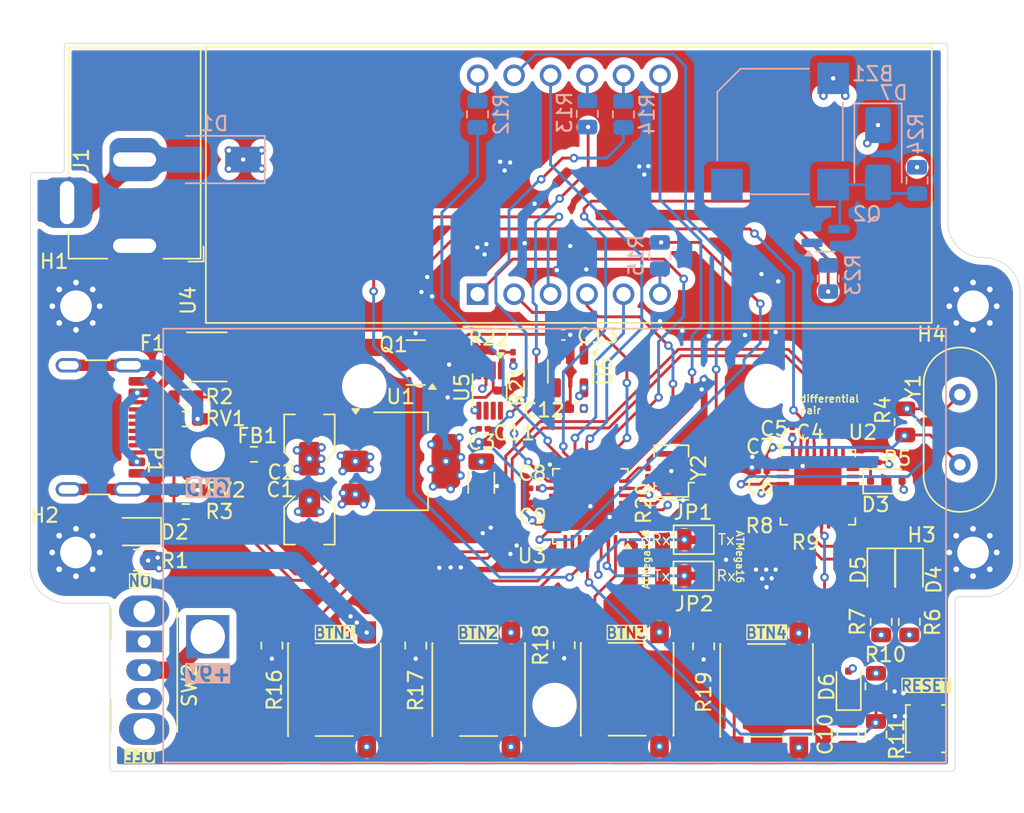
<source format=kicad_pcb>
(kicad_pcb (version 20240108) (generator "pcbnew") (generator_version "8.0")
  (layers (0 "F.Cu" signal) (1 "In1.Cu" signal) (2 "In2.Cu" signal) (31 "B.Cu" signal) (34 "B.Paste" user) (35 "F.Paste" user) (36 "B.SilkS" user "B.Silkscreen") (37 "F.SilkS" user "F.Silkscreen") (38 "B.Mask" user) (39 "F.Mask" user) (44 "Edge.Cuts" user))
  (net 0 "")
  (net 1 "Net-(BT1-+)")
  (net 2 "GND")
  (net 3 "+9V")
  (net 4 "+5V")
  (net 5 "Net-(U2-UCAP)")
  (net 6 "/uC/CRYS_2")
  (net 7 "/uC/CRYS_1")
  (net 8 "Net-(U3-AREF)")
  (net 9 "/uC/DTR")
  (net 10 "Net-(C10-Pad1)")
  (net 11 "+3.3V")
  (net 12 "Net-(Q1-S)")
  (net 13 "+9VA")
  (net 14 "Net-(D2-A)")
  (net 15 "Net-(D3-K)")
  (net 16 "Net-(D4-A)")
  (net 17 "/uC/TX_LED")
  (net 18 "Net-(D5-A)")
  (net 19 "/uC/RX_LED")
  (net 20 "/uC/RESET")
  (net 21 "Net-(F1-Pad1)")
  (net 22 "VBUS")
  (net 23 "/uC/IN_BEAD")
  (net 24 "/uC/Serial_RX")
  (net 25 "/uC/TXD")
  (net 26 "/uC/RXD")
  (net 27 "/uC/Serial_TX")
  (net 28 "Net-(P1-D+)")
  (net 29 "/uC/D-")
  (net 32 "Net-(Q1-G)")
  (net 33 "/uC/USB_RD+")
  (net 34 "/uC/USB_RD-")
  (net 35 "Net-(U2-PD2)")
  (net 36 "Net-(U2-PD3)")
  (net 37 "/DIG1")
  (net 38 "Net-(U4-CA1)")
  (net 39 "Net-(U4-CA2)")
  (net 40 "/DIG2")
  (net 41 "/DIG3")
  (net 42 "Net-(U4-CA3)")
  (net 43 "Net-(U4-CA4)")
  (net 44 "/DIG4")
  (net 45 "/BTN1")
  (net 46 "/BTN2")
  (net 47 "/BTN3")
  (net 48 "/BTN4")
  (net 49 "/uC/RES_2")
  (net 50 "/uC/RES_1")
  (net 51 "Net-(U5-+)")
  (net 69 "/SEG_E")
  (net 71 "/SEG_D")
  (net 72 "/SEG_B")
  (net 73 "/SEG_A")
  (net 75 "/SEG_DP")
  (net 76 "/SEG_F")
  (net 78 "Net-(BZ1--)")
  (net 79 "/SEG_C")
  (net 80 "/SEG_G")
  (net 82 "Net-(Q2-B)")
  (net 83 "/Buzz")
  (footprint "Connector_USB:USB_C_Receptacle_GCT_USB4105-xx-A_16P_TopMnt_Horizontal" (layer "F.Cu") (at 33.6042 39.0906 -90)
    (property "Reference" "P1")
    (property "Value" "USB_C_Plug_USB2.0")
  )
  (footprint "Capacitor_SMD:C_0201_0603Metric" (layer "F.Cu") (at 64.9847 43.3376 180)
    (property "Reference" "C8")
    (property "Value" "0.1u")
  )
  (footprint "Resistor_SMD:R_0805_2012Metric" (layer "F.Cu") (at 90.7796 38.7115 90)
    (property "Reference" "R4")
    (property "Value" "1M")
  )
  (footprint "LED_SMD:LED_0805_2012Metric" (layer "F.Cu") (at 89.1072 49.2021 -90)
    (property "Reference" "D5")
    (property "Value" "YELLOW")
  )
  (footprint "Package_TO_SOT_SMD:SOT-223-3_TabPin2" (layer "F.Cu") (at 55.6514 41.4528)
    (property "Reference" "U1")
    (property "Value" "LD1117S50TR_SOT223")
  )
  (footprint "Resistor_SMD:R_0603_1608Metric" (layer "F.Cu") (at 40.6908 44.958)
    (property "Reference" "R3")
    (property "Value" "22")
  )
  (footprint "Button_Switch_SMD:SW_SPST_PTS645" (layer "F.Cu") (at 61.0828 57.3532 90)
    (property "Reference" "SW4" (hide yes))
    (property "Value" "SW_Push")
  )
  (footprint "Resistor_SMD:R_0805_2012Metric" (layer "F.Cu") (at 76.7482 54.3365 -90)
    (property "Reference" "R19")
    (property "Value" "1K")
  )
  (footprint "Resistor_SMD:R_0805_2012Metric" (layer "F.Cu") (at 67.0412 54.2603 -90)
    (property "Reference" "R18")
    (property "Value" "1K")
  )
  (footprint "Button_Switch_SMD:SW_SPST_PTS645" (layer "F.Cu") (at 51.0392 57.3532 90)
    (property "Reference" "SW3" (hide yes))
    (property "Value" "SW_Push")
  )
  (footprint "MountingHole:MountingHole_2.2mm_M2_Pad_Via" (layer "F.Cu") (at 95.505 47.804474)
    (property "Reference" "H3")
    (property "Value" "M2")
  )
  (footprint "Resistor_SMD:R_0201_0603Metric" (layer "F.Cu") (at 72.8735 42.2376 90)
    (property "Reference" "R20")
    (property "Value" "1M")
  )
  (footprint "Button_Switch_THT:SW_Slide_SPDT_Angled_CK_OS102011MA1Q" (layer "F.Cu") (at 37.7952 53.9964 -90)
    (property "Reference" "SW2")
    (property "Value" "SW_SPDT")
  )
  (footprint "Package_DFN_QFN:QFN-32-1EP_5x5mm_P0.5mm_EP3.3x3.3mm" (layer "F.Cu") (at 84.7012 43.264)
    (property "Reference" "U2")
    (property "Value" "ATmega16U2-M")
  )
  (footprint "Resistor_SMD:R_0201_0603Metric" (layer "F.Cu") (at 80.8247 44.9538)
    (property "Reference" "R8")
    (property "Value" "1K")
  )
  (footprint "Button_Switch_SMD:SW_SPST_PTS645" (layer "F.Cu") (at 71.4248 57.3278 90)
    (property "Reference" "SW5" (hide yes))
    (property "Value" "SW_Push")
  )
  (footprint "Resistor_SMD:R_0201_0603Metric" (layer "F.Cu") (at 82.2706 46.7614)
    (property "Reference" "R9")
    (property "Value" "1K")
  )
  (footprint "LED_SMD:LED_0805_2012Metric" (layer "F.Cu") (at 91.059 49.2021 -90)
    (property "Reference" "D4")
    (property "Value" "YELLOW")
  )
  (footprint "Resistor_SMD:R_0805_2012Metric" (layer "F.Cu") (at 46.6852 54.2857 -90)
    (property "Reference" "R16")
    (property "Value" "1K")
  )
  (footprint "Capacitor_SMD:C_0201_0603Metric" (layer "F.Cu") (at 61.4066 39.1994)
    (property "Reference" "C11")
    (property "Value" "0.1u")
  )
  (footprint "Capacitor_SMD:C_1206_3216Metric" (layer "F.Cu") (at 61.2648 42.9532 -90)
    (property "Reference" "C3")
    (property "Value" "0.1u")
  )
  (footprint "Resistor_SMD:R_1812_4532Metric" (layer "F.Cu") (at 42.1601 34.1884)
    (property "Reference" "F1")
    (property "Value" "MF-MSMF050-2")
  )
  (footprint "Resistor_SMD:R_0603_1608Metric" (layer "F.Cu") (at 45.4406 40.9702 180)
    (property "Reference" "FB1")
    (property "Value" "BLM21PG221SN1D")
  )
  (footprint "Capacitor_SMD:C_Elec_3x5.4" (layer "F.Cu") (at 49.3014 45.4956 -90)
    (property "Reference" "C1")
    (property "Value" "47u")
  )
  (footprint "Diode_SMD:D_SOD-323F" (layer "F.Cu") (at 89.4677 42.8456)
    (property "Reference" "D3")
    (property "Value" "1N4148")
  )
  (footprint "Resistor_SMD:R_0603_1608Metric" (layer "F.Cu") (at 40.6908 36.9824)
    (property "Reference" "R2")
    (property "Value" "22")
  )
  (footprint "Resistor_SMD:R_0805_2012Metric" (layer "F.Cu") (at 91.071 52.6306 90)
    (property "Reference" "R6")
    (property "Value" "510")
  )
  (footprint "Crystal:Resonator_SMD_Murata_CSTxExxV-3Pin_3.0x1.1mm" (layer "F.Cu") (at 74.4991 42.1376 90)
    (property "Reference" "Y2")
    (property "Value" "CSTCE16MOV53-R0")
  )
  (footprint "Button_Switch_SMD:SW_SPST_B3U-1000P" (layer "F.Cu") (at 92.2274 60.071 -90)
    (property "Reference" "SW1" (hide yes))
    (property "Value" "SW_Push")
  )
  (footprint "Resistor_SMD:R_0603_1608Metric" (layer "F.Cu") (at 40.6908 38.5064)
    (property "Reference" "RV1")
    (property "Value" "CGO603MLCC-05E")
  )
  (footprint "Package_DFN_QFN:QFN-32-1EP_5x5mm_P0.5mm_EP3.3x3.3mm" (layer "F.Cu") (at 68.8594 44.5848 180)
    (property "Reference" "U3")
    (property "Value" "ATmega328P-M")
  )
  (footprint "Capacitor_SMD:C_0805_2012Metric" (layer "F.Cu") (at 86.7918 60.4603 90)
    (property "Reference" "C10")
    (property "Value" "0.1u")
  )
  (footprint "Jumper:SolderJumper-2_P1.3mm_Bridged_Pad1.0x1.5mm" (layer "F.Cu") (at 76.0476 49.4284 180)
    (property "Reference" "JP1")
    (property "Value" "Jumper_2_Small_Bridged")
  )
  (footprint "Capacitor_SMD:C_0201_0603Metric" (layer "F.Cu") (at 85.4623 39.3764 90)
    (property "Reference" "C4")
    (property "Value" "1u")
  )
  (footprint "Resistor_SMD:R_0805_2012Metric" (layer "F.Cu") (at 56.7034 54.2857 -90)
    (property "Reference" "R17")
    (property "Value" "1K")
  )
  (footprint "Capacitor_SMD:C_0201_0603Metric" (layer "F.Cu") (at 82.9223 39.376 90)
    (property "Reference" "C5")
    (property "Value" "0.1u")
  )
  (footprint "MountingHole:MountingHole_2.2mm_M2_Pad_Via" (layer "F.Cu") (at 33.0464 30.656126)
    (property "Reference" "H1")
    (property "Value" "M2")
  )
  (footprint "Capacitor_SMD:C_0402_1005Metric" (layer "F.Cu") (at 66.9811 32.6465)
    (property "Reference" "C13")
    (property "Value" "1u")
  )
  (footprint "Display_7Segment:CA56-12CGKWA" (layer "F.Cu") (at 61.0108 29.8196 90)
    (property "Reference" "U4")
    (property "Value" "CA56-12CGKWA")
  )
  (footprint "MountingHole:MountingHole_2.2mm_M2_Pad_Via" (layer "F.Cu") (at 33.043726 47.804474)
    (property "Reference" "H2")
    (property "Value" "M2")
  )
  (footprint "Package_TO_SOT_SMD:SOT-23" (layer "F.Cu") (at 56.6951 34.5796 180)
    (property "Reference" "Q1")
    (property "Value" "FDN340P")
  )
  (footprint "Jumper:SolderJumper-2_P1.3mm_Bridged_Pad1.0x1.5mm" (layer "F.Cu") (at 76.058 46.9138 180)
    (property "Reference" "JP2")
    (property "Value" "Jumper_2_Small_Bridged")
  )
  (footprint "Resistor_SMD:R_0603_1608Metric" (layer "F.Cu") (at 40.6908 43.4594)
    (property "Reference" "RV2")
    (property "Value" "CGO603MLCC-05E")
  )
  (footprint "Resistor_SMD:R_0805_2012Metric" (layer "F.Cu") (at 37.2891 48.3362 180)
    (property "Reference" "R1")
    (property "Value" "510")
  )
  (footprint "Capacitor_SMD:C_0402_1005Metric" (layer "F.Cu") (at 67.9261 37.7773 180)
    (property "Reference" "C12")
    (property "Value" "2.2u")
  )
  (footprint "Package_TO_SOT_SMD:SOT-23-5" (layer "F.Cu") (at 67.4624 35.1989 -90)
    (property "Reference" "U6")
    (property "Value" "LP2985-3.3")
  )
  (footprint "LED_SMD:LED_0805_2012Metric" (layer "F.Cu") (at 37.2868 46.355 180)
    (property "Reference" "D2")
    (property "Value" "GREEN")
  )
  (footprint "Capacitor_SMD:C_0201_0603Metric" (layer "F.Cu") (at 64.9847 44.3282 180)
    (property "Reference" "C9")
    (property "Value" "0.1u")
  )
  (footprint "Resistor_SMD:R_0805_2012Metric" (layer "F.Cu") (at 89.1112 52.6306 90)
    (property "Reference" "R7")
    (property "Value" "510")
  )
  (footprint "Capacitor_SMD:C_Elec_3x5.4" (layer "F.Cu") (at 49.3014 39.95 90)
    (property "Reference" "C2")
    (property "Value" "47u")
  )
  (footprint "Resistor_SMD:R_0201_0603Metric" (layer "F.Cu") (at 63.4746 34.1808 -90)
    (property "Reference" "R21")
    (property "Value" "10K")
  )
  (footprint "Package_SO:VSSOP-8_2.3x2mm_P0.5mm" (layer "F.Cu") (at 61.849 36.5324 -90)
    (property "Reference" "U5")
    (property "Value" "LMV358IDGKR")
  )
  (footprint "Resistor_SMD:R_0805_2012Metric" (layer "F.Cu") (at 88.7476 57.1265 -90)
    (property "Reference" "R10")
    (property "Value" "10K")
  )
  (footprint "Crystal:Crystal_HC49-4H_Vertical" (layer "F.Cu") (at 94.5896 41.693 90)
    (property "Reference" "Y1")
    (property "Value" "FOXSLF/160-20")
  )
  (footprint "Resistor_SMD:R_0201_0603Metric" (layer "F.Cu") (at 62.393 33.8654)
    (property "Reference" "R22")
    (property "Value" "10K")
  )
  (footprint "Button_Switch_SMD:SW_SPST_PTS645" (layer "F.Cu") (at 81.1276 57.404 90)
    (property "Reference" "SW6" (hide yes))
    (property "Value" "SW_Push")
  )
  (footprint "Connector_BarrelJack:BarrelJack_Horizontal" (layer "F.Cu") (at 37.1274 26.447 -90)
    (property "Reference" "J1")
    (property "Value" "Barrel_Jack_Switch_Pin3Ring")
  )
  (footprint "Resistor_SMD:R_0805_2012Metric" (layer "F.Cu") (at 88.7476 60.4793 -90)
    (property "Reference" "R11")
    (property "Value" "0")
  )
  (footprint "MountingHole:MountingHole_2.2mm_M2_Pad_Via" (layer "F.Cu") (at 95.505 30.656126)
    (property "Reference" "H4")
    (property "Value" "M2")
  )
  (footprint "Capacitor_SMD:C_0201_0603Metric" (layer "F.Cu") (at 80.8247 42.1344 180)
    (property "Reference" "C6")
    (property "Value" "22p")
  )
  (footprint "Diode_SMD:D_SOD-323F" (layer "F.Cu") (at 86.8426 57.1676 90)
    (property "Reference" "D6")
    (property "Value" "1N4148")
  )
  (footprint "Resistor_SMD:R_0201_0603Metric" (layer "F.Cu") (at 88.5865 41.5248 180)
    (property "Reference" "R5")
    (property "Value" "10K")
  )
  (footprint "Capacitor_SMD:C_0201_0603Metric" (layer "F.Cu") (at 80.8247 41.3724 180)
    (property "Reference" "C7")
    (property "Value" "22p")
  )
  (footprint "Buzzer_Beeper:MagneticBuzzer_Kobitone_254-EMB84Q-RO" (layer "B.Cu") (at 82.0674 18.4912 180)
    (property "Reference" "BZ1")
    (property "Value" "Buzzer")
  )
  (footprint "Diode_SMD:D_SMA" (layer "B.Cu") (at 88.8907 20.0466 -90)
    (property "Reference" "D7")
    (property "Value" "SS14")
  )
  (footprint "Resistor_SMD:R_0805_2012Metric" (layer "B.Cu") (at 68.6488 17.2701 90)
    (property "Reference" "R13")
    (property "Value" "220")
  )
  (footprint "Resistor_SMD:R_0805_2012Metric" (layer "B.Cu") (at 91.6085 21.8961 -90)
    (property "Reference" "R24")
    (property "Value" "1K")
  )
  (footprint "Resistor_SMD:R_0805_2012Metric" (layer "B.Cu") (at 73.7034 27.1253 -90)
    (property "Reference" "R15")
    (property "Value" "220")
  )
  (footprint "Resistor_SMD:R_0805_2012Metric" (layer "B.Cu") (at 85.4202 28.7255 90)
    (property "Reference" "R23")
    (property "Value" "1K")
  )
  (footprint "Package_TO_SOT_SMD:SOT-23" (layer "B.Cu") (at 85.2331 25.2978)
    (property "Reference" "Q2")
    (property "Value" "BC847")
  )
  (footprint "Resistor_SMD:R_0805_2012Metric" (layer "B.Cu") (at 61.0034 17.2955 90)
    (property "Reference" "R12")
    (property "Value" "220")
  )
  (footprint "Battery:BatteryHolder_Eagle_12BH611-GR" (layer "B.Cu") (at 42.2202 53.67 180)
    (property "Reference" "BT1" (hide yes))
    (property "Value" "9V")
  )
  (footprint "Resistor_SMD:R_0805_2012Metric" (layer "B.Cu") (at 71.1634 17.2993 90)
    (property "Reference" "R14")
    (property "Value" "220")
  )
  (footprint "Diode_SMD:D_SMA" (layer "B.Cu") (at 42.6834 20.447 180)
    (property "Reference" "D1")
    (property "Value" "MRA4007T3G")
  )
  (gr_arc (start 94.2594 51.1302) (mid 94.333795 50.950595) (end 94.5134 50.8762) (stroke (width 0.05)) (layer "Edge.Cuts"))
  (gr_line (start 93.495595 12.346205) (end 32.488405 12.346205) (stroke (width 0.05)) (layer "Edge.Cuts"))
  (gr_line (start 94.2594 51.1302) (end 94.2594 62.7888) (stroke (width 0.05)) (layer "Edge.Cuts"))
  (gr_line (start 94.5134 50.8762) (end 96.2914 50.8762) (stroke (width 0.05)) (layer "Edge.Cuts"))
  (gr_arc (start 93.495595 12.346205) (mid 93.6752 12.4206) (end 93.749595 12.600205) (stroke (width 0.05)) (layer "Edge.Cuts"))
  (gr_line (start 35.6616 63.0428) (end 94.0054 63.0428) (stroke (width 0.05)) (layer "Edge.Cuts"))
  (gr_arc (start 32.234405 12.600205) (mid 32.3088 12.4206) (end 32.488405 12.346205) (stroke (width 0.05)) (layer "Edge.Cuts"))
  (gr_arc (start 98.7806 48.387) (mid 98.05153 50.14713) (end 96.2914 50.8762) (stroke (width 0.05)) (layer "Edge.Cuts"))
  (gr_arc (start 96.2914 27.2796) (mid 94.498156 26.568767) (end 93.750882 24.7904) (stroke (width 0.05)) (layer "Edge.Cuts"))
  (gr_arc (start 32.230795 21.105595) (mid 32.1564 21.2852) (end 31.976795 21.359595) (stroke (width 0.05)) (layer "Edge.Cuts"))
  (gr_arc (start 94.2594 62.7888) (mid 94.185005 62.968405) (end 94.0054 63.0428) (stroke (width 0.05)) (layer "Edge.Cuts"))
  (gr_arc (start 35.1536 51.3334) (mid 35.333205 51.407795) (end 35.4076 51.5874) (stroke (width 0.05)) (layer "Edge.Cuts"))
  (gr_line (start 29.8704 48.6918) (end 29.8704 21.6154) (stroke (width 0.05)) (layer "Edge.Cuts"))
  (gr_line (start 32.4104 51.335431) (end 35.1536 51.3334) (stroke (width 0.05)) (layer "Edge.Cuts"))
  (gr_line (start 98.7806 29.7688) (end 98.7806 48.387) (stroke (width 0.05)) (layer "Edge.Cuts"))
  (gr_line (start 93.749595 12.600205) (end 93.7514 24.7904) (stroke (width 0.05)) (layer "Edge.Cuts"))
  (gr_line (start 30.1244 21.3614) (end 31.976795 21.359595) (stroke (width 0.05)) (layer "Edge.Cuts"))
  (gr_arc (start 32.4104 51.335431) (mid 30.577344 50.5546) (end 29.8704 48.6918) (stroke (width 0.05)) (layer "Edge.Cuts"))
  (gr_line (start 35.4076 51.5874) (end 35.4076 62.7888) (stroke (width 0.05)) (layer "Edge.Cuts"))
  (gr_arc (start 96.2914 27.2796) (mid 98.05153 28.00867) (end 98.7806 29.7688) (stroke (width 0.05)) (layer "Edge.Cuts"))
  (gr_arc (start 29.8704 21.6154) (mid 29.944795 21.435795) (end 30.1244 21.3614) (stroke (width 0.05)) (layer "Edge.Cuts"))
  (gr_line (start 32.234405 12.600205) (end 32.230795 21.105595) (stroke (width 0.05)) (layer "Edge.Cuts"))
  (gr_arc (start 35.6616 63.0428) (mid 35.481995 62.968405) (end 35.4076 62.7888) (stroke (width 0.05)) (layer "Edge.Cuts"))
  (gr_text "GND" (at 43.8912 43.9166 0) (layer "B.SilkS" knockout) (effects (font (size 1 1) (thickness 0.2) (bold yes)) (justify left bottom mirror)))
  (gr_text "+9V" (at 43.942 56.8452 0) (layer "B.SilkS" knockout) (effects (font (size 1 1) (thickness 0.2) (bold yes)) (justify left bottom mirror)))
  (gr_text "Rx" (at 73.025 47.34955 0) (layer "F.SilkS") (effects (font (size 0.75 0.75) (thickness 0.1)) (justify left bottom)))
  (gr_text "BTN3" (at 69.8754 53.848 0) (layer "F.SilkS" knockout) (effects (font (size 0.75 0.75) (thickness 0.15) (bold yes)) (justify left bottom)))
  (gr_text "OFF" (at 38.6334 61.4934 180) (layer "F.SilkS" knockout) (effects (font (size 0.75 0.75) (thickness 0.15) (bold yes)) (justify left bottom)))
  (gr_text "BTN4" (at 79.6036 53.848 0) (layer "F.SilkS" knockout) (effects (font (size 0.75 0.75) (thickness 0.15) (bold yes)) (justify left bottom)))
  (gr_text "Tx" (at 73.1774 49.86415 0) (layer "F.SilkS") (effects (font (size 0.75 0.75) (thickness 0.1)) (justify left bottom)))
  (gr_text "differential\npair" (at 83.3882 38.2016 0) (layer "F.SilkS") (effects (font (size 0.5 0.5) (thickness 0.1) (bold yes)) (justify left bottom)))
  (gr_text "ATMega16" (at 78.979 46.21264 270) (layer "F.SilkS") (effects (font (size 0.5 0.5) (thickness 0.1) (bold yes)) (justify left bottom)))
  (gr_text "BTN2" (at 59.5376 53.848 0) (layer "F.SilkS" knockout) (effects (font (size 0.75 0.75) (thickness 0.15) (bold yes)) (justify left bottom)))
  (gr_text "ATMega328" (at 73.0504 50.419 90) (layer "F.SilkS") (effects (font (size 0.5 0.5) (thickness 0.1) (bold yes)) (justify left bottom)))
  (gr_text "Rx" (at 77.5716 49.86415 0) (layer "F.SilkS") (effects (font (size 0.75 0.75) (thickness 0.1)) (justify left bottom)))
  (gr_text "RESET" (at 90.3986 57.531 0) (layer "F.SilkS" knockout) (effects (font (size 0.75 0.75) (thickness 0.15) (bold yes)) (justify left bottom)))
  (gr_text "Tx" (at 77.6732 47.34955 0) (layer "F.SilkS") (effects (font (size 0.75 0.75) (thickness 0.1)) (justify left bottom)))
  (gr_text "ON" (at 38.3834 49.3014 180) (layer "F.SilkS" knockout) (effects (font (size 0.75 0.75) (thickness 0.15) (bold yes)) (justify left bottom)))
  (gr_text "BTN1" (at 49.5554 53.848 0) (layer "F.SilkS" knockout) (effects (font (size 0.75 0.75) (thickness 0.15) (bold yes)) (justify left bottom)))
  (segment (start 37.7952 55.9964) (end 39.8938 55.9964) (width 1.2) (layer "F.Cu") (net 1))
  (segment (start 39.8938 55.9964) (end 42.2202 53.67) (width 1.2) (layer "F.Cu") (net 1))
  (segment (start 59.0296 34.7218) (end 59.886 33.8654) (width 0.2) (layer "F.Cu") (net 2))
  (segment (start 67.4611 32.6465) (end 67.4611 34.0601) (width 0.2) (layer "F.Cu") (net 2))
  (segment (start 62.099 35.1324) (end 62.099 36.488729) (width 0.2) (layer "F.Cu") (net 2))
  (segment (start 66.4219 44.8348) (end 68.6094 44.8348) (width 0.2) (layer "F.Cu") (net 2))
  (segment (start 67.4611 34.0601) (end 67.4624 34.0614) (width 0.2) (layer "F.Cu") (net 2))
  (segment (start 61.579929 37.0078) (end 58.928 37.0078) (width 0.2) (layer "F.Cu") (net 2))
  (segment (start 66.4219 44.8348) (end 64.9262 44.8348) (width 0.2) (layer "F.Cu") (net 2))
  (segment (start 71.2969 45.3348) (end 70.2056 45.3348) (width 0.2) (layer "F.Cu") (net 2))
  (segment (start 84.9512 43.014) (end 84.7012 43.264) (width 0.2) (layer "F.Cu") (net 2))
  (segment (start 82.2637 42.514) (end 83.9512 42.514) (width 0.2) (layer "F.Cu") (net 2))
  (segment (start 67.4624 34.0614) (end 67.4624 37.761) (width 0.2) (layer "F.Cu") (net 2))
  (segment (start 71.2969 44.3348) (end 71.3517 44.3896) (width 0.2) (layer "F.Cu") (net 2))
  (segment (start 74.9904 43.85) (end 75.311 44.1706) (width 0.2) (layer "F.Cu") (net 2))
  (segment (start 84.9512 40.8265) (end 84.9512 43.014) (width 0.2) (layer "F.Cu") (net 2))
  (segment (start 68.6094 44.8348) (end 68.8594 44.5848) (width 0.2) (layer "F.Cu") (net 2))
  (segment (start 73.405271 44.3896) (end 73.883436 43.911435) (width 0.2) (layer "F.Cu") (net 2))
  (segment (start 62.099 36.488729) (end 61.579929 37.0078) (width 0.2) (layer "F.Cu") (net 2))
  (segment (start 59.886 33.8654) (end 62.073 33.8654) (width 0.2) (layer "F.Cu") (net 2))
  (segment (start 71.3517 44.3896) (end 73.405271 44.3896) (width 0.2) (layer "F.Cu") (net 2))
  (segment (start 67.4624 37.761) (end 67.4461 37.7773) (width 0.2) (layer "F.Cu") (net 2))
  (segment (start 64.9262 44.8348) (end 64.6647 44.5733) (width 0.2) (layer "F.Cu") (net 2))
  (segment (start 69.6094 45.3348) (end 68.8594 44.5848) (width 0.2) (layer "F.Cu") (net 2))
  (segment (start 70.2056 45.3348) (end 69.6094 45.3348) (width 0.2) (layer "F.Cu") (net 2))
  (segment (start 73.883436 43.911435) (end 73.944871 43.85) (width 0.2) (layer "F.Cu") (net 2))
  (segment (start 83.9512 42.514) (end 84.7012 43.264) (width 0.2) (layer "F.Cu") (net 2))
  (segment (start 73.944871 43.85) (end 74.9904 43.85) (width 0.2) (layer "F.Cu") (net 2))
  (segment (start 64.6647 44.5733) (end 64.6647 44.3282) (width 0.2) (layer "F.Cu") (net 2))
  (via (at 61.4934 27.051) (size 0.6) (drill 0.3) (layers "F.Cu" "B.Cu") (net 2))
  (via (at 66.04 41.6814) (size 0.6) (drill 0.3) (layers "F.Cu" "B.Cu") (net 2))
  (via (at 56.7034 55.1982) (size 0.6) (drill 0.3) (layers "F.Cu" "B.Cu") (net 2))
  (via (at 59.0296 34.7218) (size 0.6) (drill 0.3) (layers "F.Cu" "B.Cu") (net 2))
  (via (at 56.6928 32.5374) (size 0.6) (drill 0.3) (layers "F.Cu" "B.Cu") (net 2))
  (via (at 62.8904 21.209) (size 0.6) (drill 0.3) (layers "F.Cu" "B.Cu") (net 2))
  (via (at 62.5856 20.5994) (size 0.6) (drill 0.3) (layers "F.Cu" "B.Cu") (net 2))
  (via (at 70.2056 45.3348) (size 0.6) (drill 0.3) (layers "F.Cu" "B.Cu") (net 2))
  (via (at 68.8594 44.5848) (size 0.6) (drill 0.3) (layers "F.Cu" "B.Cu") (net 2))
  (via (at 76.7482 55.249) (size 0.6) (drill 0.3) (layers "F.Cu" "B.Cu") (net 2))
  (via (at 90.043 57.4802) (size 0.6) (drill 0.3) (layers "F.Cu" "B.Cu") (net 2))
  (via (at 81.1276 50.2158) (size 0.6) (drill 0.3) (layers "F.Cu" "B.Cu") (net 2))
  (via (at 58.3438 48.8696) (size 0.6) (drill 0.3) (layers "F.Cu" "B.Cu") (net 2))
  (via (at 67.4611 32.6465) (size 0.6) (drill 0.3) (layers "F.Cu" "B.Cu") (net 2))
  (via (at 81.4832 49.6062) (size 0.6) (drill 0.3) (layers "F.Cu" "B.Cu") (net 2))
  (via (at 66.5226 28.1432) (size 0.6) (drill 0.3) (layers "F.Cu" "B.Cu") (net 2))
  (via (at 80.8228 49.6316) (size 0.6) (drill 0.3) (layers "F.Cu" "B.Cu") (net 2))
  (via (at 80.772 28.4226) (size 0.6) (drill 0.3) (layers "F.Cu" "B.Cu") (net 2))
  (via (at 76.7588 35.7632) (size 0.6) (drill 0.3) (layers "F.Cu" "B.Cu") (net 2))
  (via (at 72.263 20.9296) (size 0.6) (drill 0.3) (layers "F.Cu" "B.Cu") (net 2))
  (via (at 80.391 48.9966) (size 0.6) (drill 0.3) (layers "F.Cu" "B.Cu") (net 2))
  (via (at 64.9732 23.5204) (size 0.6) (drill 0.3) (layers "F.Cu" "B.Cu") (net 2))
  (via (at 81.9404 28.9306) (size 0.6) (drill 0.3) (layers "F.Cu" "B.Cu") (net 2))
  (via (at 57.8358 29.972) (size 0.6) (drill 0.3) (layers "F.Cu" "B.Cu") (net 2))
  (via (at 68.58 28.0924) (size 0.6) (drill 0.3) (layers "F.Cu" "B.Cu") (net 2))
  (via (at 77.1144 32.7406) (size 0.6) (drill 0.3) (layers "F.Cu" "B.Cu") (net 2))
  (via (at 81.1022 48.9966) (size 0.6) (drill 0.3) (layers "F.Cu" "B.Cu") (net 2))
  (via (at 58.928 37.0078) (size 0.6) (drill 0.3) (layers "F.Cu" "B.Cu") (net 2))
  (via (at 61.3664 46.4566) (size 0.6) (drill 0.3) (layers "F.Cu" "B.Cu") (net 2))
  (via (at 75.2602 32.3596) (size 0.6) (drill 0.3) (layers "F.Cu" "B.Cu") (net 2))
  (via (at 90.6526 57.6072) (size 0.6) (drill 0.3) (layers "F.Cu" "B.Cu") (net 2))
  (via (at 60.9854 26.5684) (size 0.6) (drill 0.3) (layers "F.Cu" "B.Cu") (net 2))
  (via (at 80.1116 41.8846) (size 0.6) (drill 0.3) (layers "F.Cu" "B.Cu") (net 2))
  (via (at 64.2874 26.2636) (size 0.6) (drill 0.3) (layers "F.Cu" "B.Cu") (net 2))
  (via (at 72.6186 21.4884) (size 0.6) (drill 0.3) (layers "F.Cu" "B.Cu") (net 2))
  (via (at 72.898 20.9042) (size 0.6) (drill 0.3) (layers "F.Cu" "B.Cu") (net 2))
  (via (at 81.7626 48.9966) (size 0.6) (drill 0.3) (layers "F.Cu" "B.Cu") (net 2))
  (via (at 61.087 40.1066) (size 0.6) (drill 0.3) (layers "F.Cu" "B.Cu") (net 2))
  (via (at 63.2714 20.6502) (size 0.6) (drill 0.3) (layers "F.Cu" "B.Cu") (net 2))
  (via (at 62.357 43.18) (size 0.6) (drill 0.3) (layers "F.Cu" "B.Cu") (net 2))
  (via (at 57.0992 29.6672) (size 0.6) (drill 0.3) (layers "F.Cu" "B.Cu") (net 2))
  (via (at 74.4991 42.1376) (size 0.6) (drill 0.3) (layers "F.Cu" "B.Cu") (net 2))
  (via (at 80.137 41.148) (size 0.6) (drill 0.3) (layers "F.Cu" "B.Cu") (net 2))
  (via (at 59.8424 48.8442) (size 0.6) (drill 0.3) (layers "F.Cu" "B.Cu") (net 2))
  (via (at 78.3082 48.3108) (size 0.6) (drill 0.3) (layers "F.Cu" "B.Cu") (net 2))
  (via (at 79.629 32.6644) (size 0.6) (drill 0.3) (layers "F.Cu" "B.Cu") (net 2))
  (via (at 83.6422 41.783) (size 0.6) (drill 0.3) (layers "F.Cu" "B.Cu") (net 2))
  (via (at 57.5056 28.6258) (size 0.6) (drill 0.3) (layers "F.Cu" "B.Cu") (net 2))
  (via (at 61.6204 26.3398) (size 0.6) (drill 0.3) (layers "F.Cu" "B.Cu") (net 2))
  (via (at 67.4624 26.4668) (size 0.6) (drill 0.3) (layers "F.Cu" "B.Cu") (net 2))
  (via (at 59.1312 48.8442) (size 0.6) (drill 0.3) (layers "F.Cu" "B.Cu") (net 2))
  (via (at 81.7626 32.4612) (size 0.6) (drill 0.3) (layers "F.Cu" "B.Cu") (net 2))
  (via (at 63.2968 47.9044) (size 0.6) (drill 0.3) (layers "F.Cu" "B.Cu") (net 2))
  (via (at 75.311 44.1706) (size 0.6) (drill 0.3) (layers "F.Cu" "B.Cu") (net 2))
  (via (at 73.7108 31.6992) (size 0.6) (drill 0.3) (layers "F.Cu" "B.Cu") (net 2))
  (via (at 90.7542 59.2074) (size 0.6) (drill 0.3) (layers "F.Cu" "B.Cu") (net 2))
  (via (at 61.9252 46.0756) (size 0.6) (drill 0.3) (layers "F.Cu" "B.Cu") (net 2))
  (via (at 63.7286 47.3202) (size 0.6) (drill 0.3) (layers "F.Cu" "B.Cu") (net 2))
  (via (at 67.0412 55.1728) (size 0.6) (drill 0.3) (layers "F.Cu" "B.Cu") (net 2))
  (via (at 76.6064 36.449) (size 0.6) (drill 0.3) (layers "F.Cu" "B.Cu") (net 2))
  (via (at 46.6852 55.1982) (size 0.6) (drill 0.3) (layers "F.Cu" "B.Cu") (net 2))
  (via (at 90.0684 59.2074) (size 0.6) (drill 0.3) (layers "F.Cu" "B.Cu") (net 2))
  (segment (start 80.1116 41.8846) (end 83.5406 41.8846) (width 0.2) (layer "B.Cu") (net 2))
  (segment (start 67.3608 30.6324) (end 67.3608 26.5684) (width 0.2) (layer "B.Cu") (net 2))
  (segment (start 62.484 46.0756) (end 63.7286 47.3202) (width 0.2) (layer "B.Cu") (net 2))
  (segment (start 90.6526 57.6072) (end 90.6526 59.1058) (width 0.2) (layer "B.Cu") (net 2))
  (segment (start 61.3664 46.4566) (end 62.8142 47.9044) (width 0.2) (layer "B.Cu") (net 2))
  (segment (start 61.9252 46.0756) (end 62.484 46.0756) (width 0.2) (layer "B.Cu") (net 2))
  (segment (start 62.8142 47.9044) (end 63.2968 47.9044) (width 0.2) (layer "B.Cu") (net 2))
  (segment (start 90.043 59.182) (end 90.0684 59.2074) (width 0.2) (layer "B.Cu") (net 2))
  (segment (start 67.3608 26.5684) (end 67.4624 26.4668) (width 0.2) (layer "B.Cu") (net 2))
  (segment (start 83.5406 41.8846) (end 83.6422 41.783) (width 0.2) (layer "B.Cu") (net 2))
  (segment (start 90.6526 59.1058) (end 90.7542 59.2074) (width 0.2) (layer "B.Cu") (net 2))
  (segment (start 67.4611 30.7327) (end 67.3608 30.6324) (width 0.2) (layer "B.Cu") (net 2))
  (segment (start 67.4611 32.6465) (end 67.4611 30.7327) (width 0.2) (layer "B.Cu") (net 2))
  (segment (start 90.043 57.4802) (end 90.043 59.182) (width 0.2) (layer "B.Cu") (net 2))
  (segment (start 63.4746 34.7726) (end 63.4746 34.5008) (width 0.2) (layer "F.Cu") (net 3))
  (segment (start 63.5 34.798) (end 63.4746 34.7726) (width 0.2) (layer "F.Cu") (net 3))
  (via (at 52.5014 43.7528) (size 0.6) (drill 0.3) (layers "F.Cu" "B.Cu") (net 3))
  (via (at 48.514 44.958) (size 0.6) (drill 0.3) (layers "F.Cu" "B.Cu") (net 3))
  (via (at 63.5 34.798) (size 0.6) (drill 0.3) (layers "F.Cu" "B.Cu") (net 3))
  (via (at 45.974 19.812) (size 0.6) (drill 0.3) (layers "F.Cu" "B.Cu") (net 3))
  (via (at 43.688 19.812) (size 0.6) (drill 0.3) (layers "F.Cu" "B.Cu") (net 3))
  (via (at 49.3014 44.1706) (size 0.6) (drill 0.3) (layers "F.Cu" "B.Cu") (net 3))
  (via (at 51.644919 43.66499) (size 0.6) (drill 0.3) (layers "F.Cu" "B.Cu") (net 3))
  (via (at 44.6834 20.447) (size 0.6) (drill 0.3) (layers "F.Cu" "B.Cu") (net 3))
  (via (at 45.974 21.082) (size 0.6) (drill 0.3) (layers "F.Cu" "B.Cu") (net 3))
  (via (at 53.086 44.45) (size 0.6) (drill 0.3) (layers "F.Cu" "B.Cu") (net 3))
  (via (at 50.038 44.958) (size 0.6) (drill 0.3) (layers "F.Cu" "B.Cu") (net 3))
  (via (at 51.562 44.45) (size 0.6) (drill 0.3) (layers "F.Cu" "B.Cu") (net 3))
  (via (at 43.688 21.082) (size 0.6) (drill 0.3) (layers "F.Cu" "B.Cu") (net 3))
  (segment (start 82.9223 39.878) (end 82.9223 40.7976) (width 0.2) (layer "F.Cu") (net 4))
  (segment (start 82.2637 43.014) (end 81.446 43.014) (width 0.2) (layer "F.Cu") (net 4))
  (segment (start 88.9065 41.5248) (end 89.5308 41.5248) (width 0.2) (layer "F.Cu") (net 4))
  (segment (start 65.3047 43.3376) (end 65.532 43.3376) (width 0.2) (layer "F.Cu") (net 4))
  (segment (start 89.5308 41.5248) (end 89.662 41.656) (width 0.2) (layer "F.Cu") (net 4))
  (segment (start 74.2442 44.5008) (end 73.9102 44.8348) (width 0.2) (layer "F.Cu") (net 4))
  (segment (start 82.9223 40.7976) (end 82.9512 40.8265) (width 0.2) (layer "F.Cu") (net 4))
  (segment (start 82.9223 39.696) (end 82.9223 39.878) (width 0.2) (layer "F.Cu") (net 4))
  (segment (start 72.9488 43.7896) (end 72.9036 43.8348) (width 0.2) (layer "F.Cu") (net 4))
  (segment (start 72.9036 43.8348) (end 71.2969 43.8348) (width 0.2) (layer "F.Cu") (net 4))
  (segment (start 73.9102 44.8348) (end 71.2969 44.8348) (width 0.2) (layer "F.Cu") (net 4))
  (segment (start 90.5677 42.8456) (end 90.5677 43.3237) (width 0.2) (layer "F.Cu") (net 4))
  (segment (start 81.446 43.014) (end 80.772 43.688) (width 0.2) (layer "F.Cu") (net 4))
  (segment (start 65.532 43.3376) (end 66.4191 43.3376) (width 0.2) (layer "F.Cu") (net 4))
  (segment (start 66.4191 43.3376) (end 66.4219 43.3348) (width 0.2) (layer "F.Cu") (net 4))
  (segment (start 90.5677 43.3237) (end 90.678 43.434) (width 0.2) (layer "F.Cu") (net 4))
  (via (at 73.6748 61.3078) (size 0.6) (drill 0.3) (layers "F.Cu" "B.Cu") (net 4))
  (via (at 51.4858 41.0718) (size 0.6) (drill 0.3) (layers "F.Cu" "B.Cu") (net 4))
  (via (at 83.3776 53.424) (size 0.6) (drill 0.3) (layers "F.Cu" "B.Cu") (net 4))
  (via (at 80.772 43.688) (size 0.6) (drill 0.3) (layers "F.Cu" "B.Cu") (net 4))
  (via (at 91.071 53.5431) (size 0.6) (drill 0.3) (layers "F.Cu" "B.Cu") (net 4))
  (via (at 63.3328 61.3332) (size 0.6) (drill 0.3) (layers "F.Cu" "B.Cu") (net 4))
  (via (at 88.8907 18.0466) (size 0.6) (drill 0.3) (layers "F.Cu" "B.Cu") (net 4))
  (via (at 59.7408 39.8018) (size 0.6) (drill 0.3) (layers "F.Cu" "B.Cu") (net 4))
  (via (at 58.8014 41.4528) (size 0.6) (drill 0.3) (layers "F.Cu" "B.Cu") (net 4))
  (via (at 38.735 48.1584) (size 0.6) (drill 0.3) (layers "F.Cu" "B.Cu") (net 4))
  (via (at 59.1312 43.3832) (size 0.6) (drill 0.3) (layers "F.Cu" "B.Cu") (net 4))
  (via (at 53.4924 42.0116) (size 0.6) (drill 0.3) (layers "F.Cu" "B.Cu") (net 4))
  (via (at 57.785 42.0116) (size 0.6) (drill 0.3) (layers "F.Cu" "B.Cu") (net 4))
  (via (at 65.532 43.3376) (size 0.6) (drill 0.3) (layers "F.Cu" "B.Cu") (net 4))
  (via (at 85.7674 14.7912) (size 0.6) (drill 0.3) (layers "F.Cu" "B.Cu") (net 4))
  (via (at 52.5995 52.6835) (size 0.6) (drill 0.3) (layers "F.Cu" "B.Cu") (net 4))
  (via (at 73.6748 53.3478) (size 0.6) (drill 0.3) (layers "F.Cu" "B.Cu") (net 4))
  (via (at 52.1677 52.2517) (size 0.6) (drill 0.3) (layers "F.Cu" "B.Cu") (net 4))
  (via (at 48.4378 40.6908) (size 0.6) (drill 0.3) (layers "F.Cu" "B.Cu") (net 4))
  (via (at 50.0888 42.1132) (size 0.6) (drill 0.3) (layers "F.Cu" "B.Cu") (net 4))
  (via (at 48.4378 41.9862) (size 0.6) (drill 0.3) (layers "F.Cu" "B.Cu") (net 4))
  (via (at 61.2648 41.4782) (size 0.6) (drill 0.3) (layers "F.Cu" "B.Cu") (net 4))
  (via (at 63.3328 53.3732) (size 0.6) (drill 0.3) (layers "F.Cu" "B.Cu") (net 4))
  (via (at 53.5178 41.148) (size 0.6) (drill 0.3) (layers "F.Cu" "B.Cu") (net 4))
  (via (at 49.3014 41.275) (size 0.6) (drill 0.3) (layers "F.Cu" "B.Cu") (net 4))
  (via (at 38.8366 48.895) (size 0.6) (drill 0.3) (layers "F.Cu" "B.Cu") (net 4))
  (via (at 50.1396 40.4876) (size 0.6) (drill 0.3) (layers "F.Cu" "B.Cu") (net 4))
  (via (at 87.122 55.88) (size 0.6) (drill 0.3) (layers "F.Cu" "B.Cu") (net 4))
  (via (at 52.5014 41.4528) (size 0.6) (drill 0.3) (layers "F.Cu" "B.Cu") (net 4))
  (via (at 60.8076 37.8968) (size 0.6) (drill 0.3) (layers "F.Cu" "B.Cu") (net 4))
  (via (at 85.09 16.002) (size 0.6) (drill 0.3) (layers "F.Cu" "B.Cu") (net 4))
  (via (at 88.7476 56.214) (size 0.6) (drill 0.3) (layers "F.Cu" "B.Cu") (net 4))
  (via (at 38.0746 48.3616) (size 0.6) (drill 0.3) (layers "F.Cu" "B.Cu") (net 4))
  (via (at 60.706 39.3446) (size 0.6) (drill 0.3) (layers "F.Cu" "B.Cu") (net 4))
  (via (at 86.614 16.002) (size 0.6) (drill 0.3) (layers "F.Cu" "B.Cu") (net 4))
  (via (at 90.678 43.434) (size 0.6) (drill 0.3) (layers "F.Cu" "B.Cu") (net 4))
  (via (at 88.138 19.304) (size 0.6) (drill 0.3) (layers "F.Cu" "B.Cu") (net 4))
  (via (at 82.9223 39.878) (size 0.6) (drill 0.3) (layers "F.Cu" "B.Cu") (net 4))
  (via (at 83.3776 61.384) (size 0.6) (drill 0.3) (layers "F.Cu" "B.Cu") (net 4))
  (via (at 74.2442 44.5008) (size 0.6) (drill 0.3) (layers "F.Cu" "B.Cu") (net 4))
  (via (at 91.6085 20.9836) (size 0.6) (drill 0.3) (layers "F.Cu" "B.Cu") (net 4))
  (via (at 59.817 42.4434) (size 0.6) (drill 0.3) (layers "F.Cu" "B.Cu") (net 4))
  (via (at 53.2892 53.3732) (size 0.6) (drill 0.3) (layers "F.Cu" "B.Cu") (net 4))
  (via (at 57.912 43.2054) (size 0.6) (drill 0.3) (layers "F.Cu" "B.Cu") (net 4))
  (via (at 72.9488 43.7896) (size 0.6) (drill 0.3) (layers "F.Cu" "B.Cu") (net 4))
  (via (at 59.8424 41.1734) (size 0.6) (drill 0.3) (layers "F.Cu" "B.Cu") (net 4))
  (via (at 51.6128 42.1386) (size 0.6) (drill 0.3) (layers "F.Cu" "B.Cu") (net 4))
  (via (at 50.1142 41.275) (size 0.6) (drill 0.3) (layers "F.Cu" "B.Cu") (net 4))
  (via (at 89.662 41.656) (size 0.6) (drill 0.3) (layers "F.Cu" "B.Cu") (net 4))
  (via (at 89.1112 53.5431) (size 0.6) (drill 0.3) (layers "F.Cu" "B.Cu") (net 4))
  (via (at 57.785 40.2844) (size 0.6) (drill 0.3) (layers "F.Cu" "B.Cu") (net 4))
  (via (at 53.2892 61.3332) (size 0.6) (drill 0.3) (layers "F.Cu" "B.Cu") (net 4))
  (segment (start 52.1677 52.2517) (end 52.5995 52.6835) (width 1.2) (layer "B.Cu") (net 4))
  (segment (start 38.0746 48.3616) (end 48.2776 48.3616) (width 1.2) (layer "B.Cu") (net 4))
  (segment (start 48.2776 48.3616) (end 52.1677 52.2517) (width 1.2) (layer "B.Cu") (net 4))
  (segment (start 52.5995 52.6835) (end 53.2892 53.3732) (width 1.2) (layer "B.Cu") (net 4))
  (segment (start 85.4623 39.6964) (end 85.4623 40.8154) (width 0.2) (layer "F.Cu") (net 5))
  (segment (start 85.4623 40.8154) (end 85.4512 40.8265) (width 0.2) (layer "F.Cu") (net 5))
  (segment (start 82.2637 42.014) (end 81.2651 42.014) (width 0.2) (layer "F.Cu") (net 6))
  (segment (start 81.2651 42.014) (end 81.1447 42.1344) (width 0.2) (layer "F.Cu") (net 6))
  (segment (start 81.1447 42.5787) (end 80.6704 43.053) (width 0.2) (layer "F.Cu") (net 6))
  (segment (start 90.7796 37.799) (end 93.6036 37.799) (width 0.2) (layer "F.Cu") (net 6))
  (segment (start 93.6036 37.799) (end 94.5896 36.813) (width 0.2) (layer "F.Cu") (net 6))
  (segment (start 80.6704 43.053) (end 79.3496 43.053) (width 0.2) (layer "F.Cu") (net 6))
  (segment (start 81.1447 42.1344) (end 81.1447 42.5787) (width 0.2) (layer "F.Cu") (net 6))
  (via (at 79.3496 43.053) (size 0.6) (drill 0.3) (layers "F.Cu" "B.Cu") (net 6))
  (via (at 90.9066 37.7952) (size 0.6) (drill 0.3) (layers "F.Cu" "B.Cu") (net 6))
  (segment (start 92.075 41.4116) (end 92.075 38.989) (width 0.2) (layer "B.Cu") (net 6))
  (segment (start 92.075 38.989) (end 90.9066 37.8206) (width 0.2) (layer "B.Cu") (net 6))
  (segment (start 90.967 42.5196) (end 92.075 41.4116) (width 0.2) (layer "B.Cu") (net 6))
  (segment (start 79.883 42.5196) (end 90.967 42.5196) (width 0.2) (layer "B.Cu") (net 6))
  (segment (start 90.9066 37.8206) (end 90.9066 37.7952) (width 0.2) (layer "B.Cu") (net 6))
  (segment (start 79.3496 43.053) (end 79.883 42.5196) (width 0.2) (layer "B.Cu") (net 6))
  (segment (start 81.2863 41.514) (end 81.1447 41.3724) (width 0.2) (layer "F.Cu") (net 7))
  (segment (start 81.1447 40.9023) (end 81.5594 40.4876) (width 0.2) (layer "F.Cu") (net 7))
  (segment (start 92.5206 39.624) (end 94.5896 41.693) (width 0.2) (layer "F.Cu") (net 7))
  (segment (start 81.1447 41.3724) (end 81.1447 40.9023) (width 0.2) (layer "F.Cu") (net 7))
  (segment (start 82.2637 41.514) (end 81.2863 41.514) (width 0.2) (layer "F.Cu") (net 7))
  (segment (start 90.7796 39.624) (end 92.5206 39.624) (width 0.2) (layer "F.Cu") (net 7))
  (via (at 81.5594 40.4876) (size 0.6) (drill 0.3) (layers "F.Cu" "B.Cu") (net 7))
  (via (at 90.7288 39.6748) (size 0.6) (drill 0.3) (layers "F.Cu" "B.Cu") (net 7))
  (segment (start 89.916 40.4876) (end 90.7288 39.6748) (width 0.2) (layer "B.Cu") (net 7))
  (segment (start 81.5594 40.4876) (end 89.916 40.4876) (width 0.2) (layer "B.Cu") (net 7))
  (segment (start 66.4153 44.3282) (end 66.4219 44.3348) (width 0.2) (layer "F.Cu") (net 8))
  (segment (start 65.3047 44.3282) (end 66.4153 44.3282) (width 0.2) (layer "F.Cu") (net 8))
  (segment (start 85.1662 58.8772) (end 85.1662 49.53) (width 0.2) (layer "F.Cu") (net 9))
  (segment (start 84.9512 46.4448) (end 84.9512 45.7015) (width 0.2) (layer "F.Cu") (net 9))
  (segment (start 85.1662 46.6598) (end 84.9512 46.4448) (width 0.2) (layer "F.Cu") (net 9))
  (segment (start 85.7993 59.5103) (end 85.1662 58.8772) (width 0.2) (layer "F.Cu") (net 9))
  (segment (start 86.7918 59.5103) (end 85.7993 59.5103) (width 0.2) (layer "F.Cu") (net 9))
  (via (at 85.1662 46.6598) (size 0.6) (drill 0.3) (layers "F.Cu" "B.Cu") (net 9))
  (via (at 85.1662 49.53) (size 0.6) (drill 0.3) (layers "F.Cu" "B.Cu") (net 9))
  (segment (start 85.1662 49.53) (end 85.1662 46.6598) (width 0.2) (layer "B.Cu") (net 9))
  (segment (start 86.7918 61.4103) (end 88.7291 61.4103) (width 0.2) (layer "F.Cu") (net 10))
  (segment (start 88.7291 61.4103) (end 88.7476 61.3918) (width 0.2) (layer "F.Cu") (net 10))
  (segment (start 61.341 36.3982) (end 61.599 36.1402) (width 0.2) (layer "F.Cu") (net 11))
  (segment (start 61.599 36.1402) (end 61.599 35.1324) (width 0.2) (layer "F.Cu") (net 11))
  (via (at 68.4124 36.3364) (size 0.6) (drill 0.3) (layers "F.Cu" "B.Cu") (net 11))
  (via (at 68.0974 36.9062) (size 0.6) (drill 0.3) (layers "F.Cu" "B.Cu") (net 11))
  (via (at 68.4061 37.7773) (size 0.6) (drill 0.3) (layers "F.Cu" "B.Cu") (net 11))
  (via (at 61.341 36.3982) (size 0.6) (drill 0.3) (layers "F.Cu" "B.Cu") (net 11))
  (segment (start 60.3504 32.6136) (end 66.4682 32.6136) (width 0.2) (layer "F.Cu") (net 12))
  (segment (start 59.3344 33.6296) (end 60.3504 32.6136) (width 0.2) (layer "F.Cu") (net 12))
  (segment (start 57.6326 33.6296) (end 59.3344 33.6296) (width 0.2) (layer "F.Cu") (net 12))
  (segment (start 66.5124 32.6578) (end 66.5011 32.6465) (width 0.2) (layer "F.Cu") (net 12))
  (segment (start 68.4124 31.938) (end 68.4124 34.0614) (width 0.2) (layer "F.Cu") (net 12))
  (segment (start 66.5124 34.0614) (end 66.5124 32.6578) (width 0.2) (layer "F.Cu") (net 12))
  (segment (start 66.5011 32.6465) (end 66.5011 32.0001) (width 0.2) (layer "F.Cu") (net 12))
  (segment (start 66.9036 31.5976) (end 68.072 31.5976) (width 0.2) (layer "F.Cu") (net 12))
  (segment (start 66.4682 32.6136) (end 66.5011 32.6465) (width 0.2) (layer "F.Cu") (net 12))
  (segment (start 68.072 31.5976) (end 68.4124 31.938) (width 0.2) (layer "F.Cu") (net 12))
  (segment (start 66.5011 32.0001) (end 66.9036 31.5976) (width 0.2) (layer "F.Cu") (net 12))
  (segment (start 34.1274 23.447) (end 37.1274 20.447) (width 1.2) (layer "F.Cu") (net 13))
  (segment (start 32.4274 23.447) (end 34.1274 23.447) (width 1.2) (layer "F.Cu") (net 13))
  (segment (start 36.3766 46.3823) (end 36.3493 46.355) (width 0.8) (layer "F.Cu") (net 14))
  (segment (start 36.3766 48.3362) (end 36.3766 46.3823) (width 0.8) (layer "F.Cu") (net 14))
  (segment (start 88.3677 42.8456) (end 88.3677 41.626) (width 0.2) (layer "F.Cu") (net 15))
  (segment (start 87.1495 41.5248) (end 87.1387 41.514) (width 0.2) (layer "F.Cu") (net 15))
  (segment (start 88.2665 41.5248) (end 87.1495 41.5248) (width 0.2) (layer "F.Cu") (net 15))
  (segment (start 88.3677 41.626) (end 88.2665 41.5248) (width 0.2) (layer "F.Cu") (net 15))
  (segment (start 91.059 51.7061) (end 91.071 51.7181) (width 0.2) (layer "F.Cu") (net 16))
  (segment (start 91.059 50.1396) (end 91.059 51.7061) (width 0.2) (layer "F.Cu") (net 16))
  (segment (start 90.8558 47.371) (end 84.963 47.371) (width 0.2) (layer "F.Cu") (net 17))
  (segment (start 91.059 48.2646) (end 91.059 47.5742) (width 0.2) (layer "F.Cu") (net 17))
  (segment (start 91.059 47.5742) (end 90.8558 47.371) (width 0.2) (layer "F.Cu") (net 17))
  (segment (start 84.963 47.371) (end 83.9512 46.3592) (width 0.2) (layer "F.Cu") (net 17))
  (segment (start 83.9512 46.3592) (end 83.9512 45.7015) (width 0.2) (layer "F.Cu") (net 17))
  (segment (start 89.1112 51.7181) (end 89.1112 50.1436) (width 0.2) (layer "F.Cu") (net 18))
  (segment (start 89.1112 50.1436) (end 89.1072 50.1396) (width 0.2) (layer "F.Cu") (net 18))
  (segment (start 89.1072 48.2646) (end 84.9676 48.2646) (width 0.2) (layer "F.Cu") (net 19))
  (segment (start 83.4512 46.7482) (end 83.4512 45.7015) (width 0.2) (layer "F.Cu") (net 19))
  (segment (start 84.9676 48.2646) (end 83.4512 46.7482) (width 0.2) (layer "F.Cu") (net 19))
  (segment (start 86.8426 58.2676) (end 88.519 58.2676) (width 0.2) (layer "F.Cu") (net 20))
  (segment (start 92.2256 58.3692) (end 92.2274 58.371) (width 0.2) (layer "F.Cu") (net 20))
  (segment (start 69.1094 47.0223) (end 69.1094 47.474186) (width 0.2) (layer "F.Cu") (net 20))
  (segment (start 69.1094 47.474186) (end 68.6562 47.927386) (width 0.2) (layer "F.Cu") (net 20))
  (segment (start 88.7476 58.039) (end 88.7476 59.5668) (width 0.2) (layer "F.Cu") (net 20))
  (segment (start 68.6562 49.784) (end 68.7578 49.8856) (width 0.2) (layer "F.Cu") (net 20))
  (segment (start 89.0778 58.3692) (end 92.2256 58.3692) (width 0.2) (layer "F.Cu") (net 20))
  (segment (start 68.6562 47.927386) (end 68.6562 49.784) (width 0.2) (layer "F.Cu") (net 20))
  (segment (start 88.7476 58.039) (end 89.0778 58.3692) (width 0.2) (layer "F.Cu") (net 20))
  (segment (start 88.519 58.2676) (end 88.7476 58.039) (width 0.2) (layer "F.Cu") (net 20))
  (via (at 68.7578 49.8856) (size 0.6) (drill 0.3) (layers "F.Cu" "B.Cu") (net 20))
  (via (at 88.7222 59.6646) (size 0.6) (drill 0.3) (layers "F.Cu" "B.Cu") (net 20))
  (segment (start 87.9348 60.452) (end 88.7222 59.6646) (width 0.2) (layer "B.Cu") (net 20))
  (segment (start 79.3242 60.452) (end 87.1474 60.452) (width 0.2) (layer "B.Cu") (net 20))
  (segment (start 87.1474 60.452) (end 87.9348 60.452) (width 0.2) (layer "B.Cu") (net 20))
  (segment (start 68.7578 49.8856) (end 79.3242 60.452) (width 0.2) (layer "B.Cu") (net 20))
  (segment (start 39.3954 34.3662) (end 39.5732 34.1884) (width 0.6) (layer "F.Cu") (net 21))
  (segment (start 38.4426 36.6906) (end 39.3954 35.7378) (width 0.6) (layer "F.Cu") (net 21))
  (segment (start 37.2842 36.6906) (end 37.3126 36.6906) (width 0.6) (layer "F.Cu") (net 21))
  (segment (start 37.3126 36.6906) (end 38.4426 36.6906) (width 0.6) (layer "F.Cu") (net 21))
  (segment (start 39.3954 35.7378) (end 39.3954 34.3662) (width 0.6) (layer "F.Cu") (net 21))
  (segment (start 39.5732 34.1884) (end 40.0226 34.1884) (width 0.6) (layer "F.Cu") (net 21))
  (via (at 37.3126 36.6906) (size 0.6) (drill 0.3) (layers "F.Cu" "B.Cu") (net 21))
  (via (at 37.2842 41.4906) (size 0.6) (drill 0.3) (layers "F.Cu" "B.Cu") (net 21))
  (segment (start 37.3126 36.6906) (end 37.3126 36.703) (width 0.6) (layer "B.Cu") (net 21))
  (segment (start 37.3126 36.703) (end 36.3728 37.6428) (width 0.6) (layer "B.Cu") (net 21))
  (segment (start 36.3728 40.5792) (end 37.2842 41.4906) (width 0.6) (layer "B.Cu") (net 21))
  (segment (start 36.3728 37.6428) (end 36.3728 40.5792) (width 0.6) (layer "B.Cu") (net 21))
  (segment (start 55.7576 34.5796) (end 54.706 33.528) (width 1.2) (layer "F.Cu") (net 22))
  (segment (start 79.9592 25.273) (end 59.9948 25.273) (width 0.2) (layer "F.Cu") (net 22))
  (segment (start 80.2894 25.6032) (end 79.9592 25.273) (width 0.2) (layer "F.Cu") (net 22))
  (segment (start 55.7576 29.5102) (end 55.7576 34.5796) (width 0.2) (layer "F.Cu") (net 22))
  (segment (start 46.228 34.1884) (end 44.2976 34.1884) (width 1.2) (layer "F.Cu") (net 22))
  (segment (start 83.5223 40.7554) (end 83.5223 38.4119) (width 0.2) (layer "F.Cu") (net 22))
  (segment (start 46.8884 33.528) (end 46.228 34.1884) (width 1.2) (layer "F.Cu") (net 22))
  (segment (start 83.5223 38.4119) (end 83.0072 37.8968) (width 0.2) (layer "F.Cu") (net 22))
  (segment (start 54.706 33.528) (end 46.8884 33.528) (width 1.2) (layer "F.Cu") (net 22))
  (segment (start 59.9948 25.273) (end 55.7576 29.5102) (width 0.2) (layer "F.Cu") (net 22))
  (segment (start 83.4512 40.8265) (end 83.5223 40.7554) (width 0.2) (layer "F.Cu") (net 22))
  (via (at 83.0072 37.8968) (size 0.6) (drill 0.3) (layers "F.Cu" "B.Cu") (net 22))
  (via (at 80.2894 25.6032) (size 0.6) (drill 0.3) (layers "F.Cu" "B.Cu") (net 22))
  (segment (start 83.0072 37.8968) (end 83.0072 28.321) (width 0.2) (layer "B.Cu") (net 22))
  (segment (start 83.0072 28.321) (end 80.2894 25.6032) (width 0.2) (layer "B.Cu") (net 22))
  (segment (start 41.5158 43.4594) (end 45.1866 43.4594) (width 0.8) (layer "F.Cu") (net 23))
  (segment (start 46.2656 40.9702) (end 46.2656 39.1536) (width 0.8) (layer "F.Cu") (net 23))
  (segment (start 45.1866 43.4594) (end 46.2656 42.3804) (width 0.8) (layer "F.Cu") (net 23))
  (segment (start 46.2656 39.1536) (end 45.6184 38.5064) (width 0.8) (layer "F.Cu") (net 23))
  (segment (start 32.5292 34.7706) (end 36.7092 34.7706) (width 0.8) (layer "F.Cu") (net 23))
  (segment (start 46.2656 42.3804) (end 46.2656 40.9702) (width 0.8) (layer "F.Cu") (net 23))
  (segment (start 32.5292 43.4106) (end 36.7092 43.4106) (width 0.8) (layer "F.Cu") (net 23))
  (segment (start 45.6184 38.5064) (end 41.5158 38.5064) (width 0.8) (layer "F.Cu") (net 23))
  (via (at 41.5158 43.4594) (size 0.6) (drill 0.3) (layers "F.Cu" "B.Cu") (net 23))
  (via (at 41.5158 38.5064) (size 0.6) (drill 0.3) (layers "F.Cu" "B.Cu") (net 23))
  (segment (start 41.5158 38.5064) (end 41.5158 37.5026) (width 0.8) (layer "B.Cu") (net 23))
  (segment (start 41.467 43.4106) (end 41.5158 43.4594) (width 0.8) (layer "B.Cu") (net 23))
  (segment (start 36.7092 43.4106) (end 41.467 43.4106) (width 0.8) (layer "B.Cu") (net 23))
  (segment (start 41.5158 37.5026) (end 38.7838 34.7706) (width 0.8) (layer "B.Cu") (net 23))
  (segment (start 38.7838 34.7706) (end 36.7092 34.7706) (width 0.8) (layer "B.Cu") (net 23))
  (segment (start 80.9498 46.7614) (end 78.2828 49.4284) (width 0.2) (layer "F.Cu") (net 24))
  (segment (start 78.2828 49.4284) (end 76.6976 49.4284) (width 0.2) (layer "F.Cu") (net 24))
  (segment (start 81.9506 46.7614) (end 80.9498 46.7614) (width 0.2) (layer "F.Cu") (net 24))
  (segment (start 70.1094 48.631013) (end 70.1094 47.0223) (width 0.2) (layer "F.Cu") (net 25))
  (segment (start 70.0094 48.731013) (end 70.1094 48.631013) (width 0.2) (layer "F.Cu") (net 25))
  (via (at 75.3976 49.4284) (size 0.6) (drill 0.3) (layers "F.Cu" "B.Cu") (net 25))
  (via (at 70.0094 48.731013) (size 0.6) (drill 0.3) (layers "F.Cu" "B.Cu") (net 25))
  (segment (start 70.0094 48.731013) (end 70.016213 48.731013) (width 0.2) (layer "B.Cu") (net 25))
  (segment (start 70.7136 49.4284) (end 75.3976 49.4284) (width 0.2) (layer "B.Cu") (net 25))
  (segment (start 70.016213 48.731013) (end 70.7136 49.4284) (width 0.2) (layer "B.Cu") (net 25))
  (segment (start 69.6094 48.282484) (end 69.6094 47.0223) (width 0.2) (layer "F.Cu") (net 26))
  (segment (start 69.4182 49.3522) (end 69.4094 49.3434) (width 0.2) (layer "F.Cu") (net 26))
  (segment (start 69.4094 48.482484) (end 69.6094 48.282484) (width 0.2) (layer "F.Cu") (net 26))
  (segment (start 69.4094 49.3434) (end 69.4094 48.482484) (width 0.2) (layer "F.Cu") (net 26))
  (via (at 69.4182 49.3522) (size 0.6) (drill 0.3) (layers "F.Cu" "B.Cu") (net 26))
  (via (at 75.408 46.9138) (size 0.6) (drill 0.3) (layers "F.Cu" "B.Cu") (net 26))
  (segment (start 69.4182 49.3522) (end 69.4094 49.3434) (width 0.2) (layer "B.Cu") (net 26))
  (segment (start 69.4094 48.482484) (end 70.978084 46.9138) (width 0.2) (layer "B.Cu") (net 26))
  (segment (start 70.978084 46.9138) (end 75.408 46.9138) (width 0.2) (layer "B.Cu") (net 26))
  (segment (start 69.4094 49.3434) (end 69.4094 48.482484) (width 0.2) (layer "B.Cu") (net 26))
  (segment (start 79.938 44.9538) (end 80.5047 44.9538) (width 0.2) (layer "F.Cu") (net 27))
  (segment (start 76.708 46.9138) (end 77.978 46.9138) (width 0.2) (layer "F.Cu") (net 27))
  (segment (start 77.978 46.9138) (end 79.938 44.9538) (width 0.2) (layer "F.Cu") (net 27))
  (segment (start 37.2842 38.8406) (end 39.5316 38.8406) (width 0.2) (layer "F.Cu") (net 28))
  (segment (start 39.8658 36.9824) (end 39.8658 38.5064) (width 0.2) (layer "F.Cu") (net 28))
  (segment (start 39.5316 38.8406) (end 39.8658 38.5064) (width 0.2) (layer "F.Cu") (net 28))
  (segment (start 39.8658 43.4594) (end 39.8658 44.958) (width 0.2) (layer "F.Cu") (net 29))
  (segment (start 39.8658 40.45) (end 39.8658 43.4594) (width 0.2) (layer "F.Cu") (net 29))
  (segment (start 38.8834 39.3406) (end 39.7764 40.2336) (width 0.2) (layer "F.Cu") (net 29))
  (segment (start 37.2842 39.3406) (end 38.8834 39.3406) (width 0.2) (layer "F.Cu") (net 29))
  (segment (start 39.7764 40.3606) (end 39.8658 40.45) (width 0.2) (layer "F.Cu") (net 29))
  (segment (start 39.7764 40.2336) (end 39.7764 40.3606) (width 0.2) (layer "F.Cu") (net 29))
  (segment (start 57.6326 35.5296) (end 59.4156 35.5296) (width 0.2) (layer "F.Cu") (net 32))
  (segment (start 59.8128 35.1324) (end 61.099 35.1324) (width 0.2) (layer "F.Cu") (net 32))
  (segment (start 59.4156 35.5296) (end 59.8128 35.1324) (width 0.2) (layer "F.Cu") (net 32))
  (segment (start 84.4512 40.170249) (end 84.4262 40.145249) (width 0.2) (layer "F.Cu") (net 33))
  (segment (start 45.4116 45.0378) (end 47.3202 43.1292) (width 0.2) (layer "F.Cu") (net 33))
  (segment (start 47.3202 37.9476) (end 46.355 36.9824) (width 0.2) (layer "F.Cu") (net 33))
  (segment (start 65.3626 38.6878) (end 62.9702 41.0802) (width 0.2) (layer "F.Cu") (net 33))
  (segment (start 45.4116 46.4142) (end 45.4116 45.0378) (width 0.2) (layer "F.Cu") (net 33))
  (segment (start 61.518591 47.7556) (end 51.418 47.7556) (width 0.2) (layer "F.Cu") (net 33))
  (segment (start 74.9892 33.6586) (end 69.96 38.6878) (width 0.2) (layer "F.Cu") (net 33))
  (segment (start 47.3202 43.1292) (end 47.3202 37.9476) (width 0.2) (layer "F.Cu") (net 33))
  (segment (start 62.9702 41.0802) (end 62.9702 46.303991) (width 0.2) (layer "F.Cu") (net 33))
  (segment (start 69.96 38.6878) (end 65.3626 38.6878) (width 0.2) (layer "F.Cu") (net 33))
  (segment (start 48.29302 49.29562) (end 45.4116 46.4142) (width 0.2) (layer "F.Cu") (net 33))
  (segment (start 82.6432 33.6586) (end 74.9892 33.6586) (width 0.2) (layer "F.Cu") (net 33))
  (segment (start 84.4262 40.145249) (end 84.4262 35.4416) (width 0.2) (layer "F.Cu") (net 33))
  (segment (start 51.418 47.7556) (end 49.87798 49.29562) (width 0.2) (layer "F.Cu") (net 33))
  (segment (start 84.4262 35.4416) (end 82.6432 33.6586) (width 0.2) (layer "F.Cu") (net 33))
  (segment (start 49.87798 49.29562) (end 48.29302 49.29562) (width 0.2) (layer "F.Cu") (net 33))
  (segment (start 84.4512 40.8265) (end 84.4512 40.170249) (width 0.2) (layer "F.Cu") (net 33))
  (segment (start 62.9702 46.303991) (end 61.518591 47.7556) (width 0.2) (layer "F.Cu") (net 33))
  (segment (start 46.355 36.9824) (end 41.5158 36.9824) (width 0.2) (layer "F.Cu") (net 33))
  (segment (start 50.06438 49.74562) (end 48.10662 49.74562) (width 0.2) (layer "F.Cu") (net 34))
  (segment (start 65.549 39.1378) (end 63.4202 41.2666) (width 0.2) (layer "F.Cu") (net 34))
  (segment (start 63.4202 46.490391) (end 61.704991 48.2056) (width 0.2) (layer "F.Cu") (net 34))
  (segment (start 82.4568 34.1086) (end 75.1756 34.1086) (width 0.2) (layer "F.Cu") (net 34))
  (segment (start 48.10662 49.74562) (end 44.9616 46.6006) (width 0.2) (layer "F.Cu") (net 34))
  (segment (start 44.9616 46.101) (end 44.9616 45.9486) (width 0.2) (layer "F.Cu") (net 34))
  (segment (start 83.9762 35.628) (end 82.4568 34.1086) (width 0.2) (layer "F.Cu") (net 34))
  (segment (start 83.9512 40.8265) (end 83.9512 40.170249) (width 0.2) (layer "F.Cu") (net 34))
  (segment (start 44.9616 46.101) (end 44.9616 45.9014) (width 0.2) (layer "F.Cu") (net 34))
  (segment (start 83.9762 40.145249) (end 83.9762 35.628) (width 0.2) (layer "F.Cu") (net 34))
  (segment (start 61.704991 48.2056) (end 51.6044 48.2056) (width 0.2) (layer "F.Cu") (net 34))
  (segment (start 44.0182 44.958) (end 41.5158 44.958) (width 0.2) (layer "F.Cu") (net 34))
  (segment (start 83.9512 40.170249) (end 83.9762 40.145249) (width 0.2) (layer "F.Cu") (net 34))
  (segment (start 70.1464 39.1378) (end 65.549 39.1378) (width 0.2) (layer "F.Cu") (net 34))
  (segment (start 75.1756 34.1086) (end 70.1464 39.1378) (width 0.2) (layer "F.Cu") (net 34))
  (segment (start 44.9616 46.6006) (end 44.9616 46.101) (width 0.2) (layer "F.Cu") (net 34))
  (segment (start 63.4202 41.2666) (end 63.4202 46.490391) (width 0.2) (layer "F.Cu") (net 34))
  (segment (start 51.6044 48.2056) (end 50.06438 49.74562) (width 0.2) (layer "F.Cu") (net 34))
  (segment (start 44.9616 45.9014) (end 44.0182 44.958) (width 0.2) (layer "F.Cu") (net 34))
  (segment (start 82.2637 45.014) (end 81.2049 45.014) (width 0.2) (layer "F.Cu") (net 35))
  (segment (start 81.2049 45.014) (end 81.1447 44.9538) (width 0.2) (layer "F.Cu") (net 35))
  (segment (start 82.9512 45.7015) (end 82.6701 45.7015) (width 0.2) (layer "F.Cu") (net 36))
  (segment (start 82.6701 45.7015) (end 82.5906 45.781) (width 0.2) (layer "F.Cu") (net 36))
  (segment (start 82.5906 45.781) (end 82.5906 46.7614) (width 0.2) (layer "F.Cu") (net 36))
  (segment (start 67.1094 41.5062) (end 67.1094 42.1473) (width 0.2) (layer "F.Cu") (net 37))
  (segment (start 65.8876 40.0304) (end 65.8876 40.2844) (width 0.2) (layer "F.Cu") (net 37))
  (segment (start 65.8876 40.2844) (end 67.1094 41.5062) (width 0.2) (layer "F.Cu") (net 37))
  (via (at 65.8876 40.0304) (size 0.6) (drill 0.3) (layers "F.Cu" "B.Cu") (net 37))
  (segment (start 61.0034 21.6482) (end 61.0034 18.208) (width 0.2) (layer "B.Cu") (net 37))
  (segment (start 65.8876 40.0304) (end 65.8876 39.9034) (width 0.2) (layer "B.Cu") (net 37))
  (segment (start 62.7888 36.8046) (end 62.7888 34.3916) (width 0.2) (layer "B.Cu") (net 37))
  (segment (start 62.7888 34.3916) (end 58.5216 30.1244) (width 0.2) (layer "B.Cu") (net 37))
  (segment (start 58.5216 24.13) (end 61.0034 21.6482) (width 0.2) (layer "B.Cu") (net 37))
  (segment (start 58.5216 30.1244) (end 58.5216 24.13) (width 0.2) (layer "B.Cu") (net 37))
  (segment (start 65.8876 39.9034) (end 62.7888 36.8046) (width 0.2) (layer "B.Cu") (net 37))
  (segment (start 61.0034 16.383) (end 61.0034 14.587) (width 0.2) (layer "B.Cu") (net 38))
  (segment (start 61.0034 14.587) (end 61.0108 14.5796) (width 0.2) (layer "B.Cu") (net 38))
  (segment (start 68.6488 16.3576) (end 68.6488 14.5976) (width 0.2) (layer "B.Cu") (net 39))
  (segment (start 68.6488 14.5976) (end 68.6308 14.5796) (width 0.2) (layer "B.Cu") (net 39))
  (segment (start 68.707 21.1836) (end 68.707 18.1864) (width 0.2) (layer "F.Cu") (net 40))
  (segment (start 66.4219 42.8348) (end 65.8726 42.8348) (width 0.2) (layer "F.Cu") (net 40))
  (segment (start 65.8726 42.8348) (end 64.5414 41.5036) (width 0.2) (layer "F.Cu") (net 40))
  (segment (start 63.5508 39.0144) (end 63.5508 39.5224) (width 0.2) (layer "F.Cu") (net 40))
  (segment (start 65.1002 33.8328) (end 65.1002 37.465) (width 0.2) (layer "F.Cu") (net 40))
  (segment (start 66.7258 23.1648) (end 68.707 21.1836) (width 0.2) (layer "F.Cu") (net 40))
  (segment (start 65.1002 37.465) (end 63.5508 39.0144) (width 0.2) (layer "F.Cu") (net 40))
  (via (at 66.7258 23.1648) (size 0.6) (drill 0.3) (layers "F.Cu" "B.Cu") (net 40))
  (via (at 68.707 18.1864) (size 0.6) (drill 0.3) (layers "F.Cu" "B.Cu") (net 40))
  (via (at 63.5508 39.5224) (size 0.6) (drill 0.3) (layers "F.Cu" "B.Cu") (net 40))
  (via (at 64.5414 41.5036) (size 0.6) (drill 0.3) (layers "F.Cu" "B.Cu") (net 40))
  (via (at 65.1002 33.8328) (size 0.6) (drill 0.3) (layers "F.Cu" "B.Cu") (net 40))
  (segment (start 65.0408 28.7614) (end 65.0408 24.8498) (width 0.2) (layer "B.Cu") (net 40))
  (segment (start 65.0408 24.8498) (end 66.7258 23.1648) (width 0.2) (layer "B.Cu") (net 40))
  (segment (start 64.8716 28.9306) (end 65.0408 28.7614) (width 0.2) (layer "B.Cu") (net 40))
  (segment (start 65.1002 33.8328) (end 65.1002 30.6324) (width 0.2) (layer "B.Cu") (net 40))
  (segment (start 64.5414 41.5036) (end 63.5508 40.513) (width 0.2) (layer "B.Cu") (net 40))
  (segment (start 64.8716 30.4038) (end 64.8716 28.9306) (width 0.2) (layer "B.Cu") (net 40))
  (segment (start 63.5508 40.513) (end 63.5508 39.5224) (width 0.2) (layer "B.Cu") (net 40))
  (segment (start 65.1002 30.6324) (end 64.8716 30.4038) (width 0.2) (layer "B.Cu") (net 40))
  (segment (start 66.916471 20.3454) (end 67.7164 20.3454) (width 0.2) (layer "F.Cu") (net 41))
  (segment (start 64.1096 37.1856) (end 64.1096 37.338) (width 0.2) (layer "F.Cu") (net 41))
  (segment (start 64.1096 37.338) (end 63.2714 38.1762) (width 0.2) (layer "F.Cu") (net 41))
  (segment (start 66.4219 45.8348) (end 65.088 45.8348) (width 0.2) (layer "F.Cu") (net 41))
  (segment (start 65.088 45.8348) (end 64.8208 45.5676) (width 0.2) (layer "F.Cu") (net 41))
  (segment (start 65.438024 21.823847) (end 66.916471 20.3454) (width 0.2) (layer "F.Cu") (net 41))
  (via (at 64.1096 37.1856) (size 0.6) (drill 0.3) (layers "F.Cu" "B.Cu") (net 41))
  (via (at 65.438024 21.823847) (size 0.6) (drill 0.3) (layers "F.Cu" "B.Cu") (net 41))
  (via (at 63.2714 38.1762) (size 0.6) (drill 0.3) (layers "F.Cu" "B.Cu") (net 41))
  (via (at 64.8208 45.5676) (size 0.6) (drill 0.3) (layers "F.Cu" "B.Cu") (net 41))
  (via (at 67.7164 20.3454) (size 0.6) (drill 0.3) (layers "F.Cu" "B.Cu") (net 41))
  (segment (start 67.7164 20.3454) (end 70.0024 20.3454) (width 0.2) (layer "B.Cu") (net 41))
  (segment (start 62.0776 40.5638) (end 62.0522 40.5638) (width 0.2) (layer "B.Cu") (net 41))
  (segment (start 64.8208 45.5676) (end 64.262 45.0088) (width 0.2) (layer "B.Cu") (net 41))
  (segment (start 71.1634 19.1844) (end 71.1634 18.2118) (width 0.2) (layer "B.Cu") (net 41))
  (segment (start 63.1952 23.9776) (end 65.3796 21.7932) (width 0.2) (layer "B.Cu") (net 41))
  (segment (start 62.0522 40.5638) (end 62.0522 39.3954) (width 0.2) (layer "B.Cu") (net 41))
  (segment (start 64.262 45.0088) (end 64.262 42.7482) (width 0.2) (layer "B.Cu") (net 41))
  (segment (start 64.262 42.7482) (end 62.0776 40.5638) (width 0.2) (layer "B.Cu") (net 41))
  (segment (start 64.1096 37.1856) (end 64.389 36.9062) (width 0.2) (layer "B.Cu") (net 41))
  (segment (start 64.389 36.9062) (end 64.389 32.512) (width 0.2) (layer "B.Cu") (net 41))
  (segment (start 70.0024 20.3454) (end 71.1634 19.1844) (width 0.2) (layer "B.Cu") (net 41))
  (segment (start 63.1952 27.5082) (end 63.1952 23.9776) (width 0.2) (layer "B.Cu") (net 41))
  (segment (start 62.2808 30.4038) (end 62.2808 28.4226) (width 0.2) (layer "B.Cu") (net 41))
  (segment (start 64.389 32.512) (end 62.2808 30.4038) (width 0.2) (layer "B.Cu") (net 41))
  (segment (start 62.0522 39.3954) (end 63.2714 38.1762) (width 0.2) (layer "B.Cu") (net 41))
  (segment (start 62.2808 28.4226) (end 63.1952 27.5082) (width 0.2) (layer "B.Cu") (net 41))
  (segment (start 71.1634 14.587) (end 71.1708 14.5796) (width 0.2) (layer "B.Cu") (net 42))
  (segment (start 71.1634 16.3868) (end 71.1634 14.587) (width 0.2) (layer "B.Cu") (net 42))
  (segment (start 73.7034 28.0378) (end 73.7034 29.8122) (width 0.2) (layer "B.Cu") (net 43))
  (segment (start 73.7034 29.8122) (end 73.7108 29.8196) (width 0.2) (layer "B.Cu") (net 43))
  (segment (start 80.6958 30.48) (end 76.4286 26.2128) (width 0.2) (layer "F.Cu") (net 44))
  (segment (start 66.4219 46.3348) (end 65.9078 46.3348) (width 0.2) (layer "F.Cu") (net 44))
  (segment (start 65.9078 46.3348) (end 65.3288 46.9138) (width 0.2) (layer "F.Cu") (net 44))
  (segment (start 76.4286 26.2128) (end 73.787 26.2128) (width 0.2) (layer "F.Cu") (net 44))
  (via (at 80.6958 30.48) (size 0.6) (drill 0.3) (layers "F.Cu" "B.Cu") (net 44))
  (via (at 73.787 26.2128) (size 0.6) (drill 0.3) (layers "F.Cu" "B.Cu") (net 44))
  (via (at 65.3288 46.9138) (size 0.6) (drill 0.3) (layers "F.Cu" "B.Cu") (net 44))
  (segment (start 79.5528 34.925) (end 79.5528 34.3662) (width 0.2) (layer "B.Cu") (net 44))
  (segment (start 79.5528 34.3662) (end 80.6958 33.2232) (width 0.2) (layer "B.Cu") (net 44))
  (segment (start 65.3288 46.9138) (end 67.564 46.9138) (width 0.2) (layer "B.Cu") (net 44))
  (segment (start 80.6958 33.2232) (end 80.6958 30.48) (width 0.2) (layer "B.Cu") (net 44))
  (segment (start 67.564 46.9138) (end 79.5528 34.925) (width 0.2) (layer "B.Cu") (net 44))
  (segment (start 48.8618 53.3732) (end 52.451 49.784) (width 0.2) (layer "F.Cu") (net 45))
  (segment (start 48.7892 53.3732) (end 46.6852 53.3732) (width 0.2) (layer "F.Cu") (net 45))
  (segment (start 65.1764 49.784) (end 67.1094 47.851) (width 0.2) (layer "F.Cu") (net 45))
  (segment (start 52.451 49.784) (end 65.1764 49.784) (width 0.2) (layer "F.Cu") (net 45))
  (segment (start 48.7892 53.3732) (end 48.7892 61.3332) (width 0.2) (layer "F.Cu") (net 45))
  (segment (start 48.7892 53.3732) (end 48.8618 53.3732) (width 0.2) (layer "F.Cu") (net 45))
  (segment (start 67.1094 47.851) (end 67.1094 47.0223) (width 0.2) (layer "F.Cu") (net 45))
  (segment (start 67.6094 47.986) (end 67.6094 47.0223) (width 0.2) (layer "F.Cu") (net 46))
  (segment (start 58.8328 53.3732) (end 58.8328 52.0128) (width 0.2) (layer "F.Cu") (net 46))
  (segment (start 65.2526 50.3428) (end 67.6094 47.986) (width 0.2) (layer "F.Cu") (net 46))
  (segment (start 56.7034 53.3732) (end 58.8328 53.3732) (width 0.2) (layer "F.Cu") (net 46))
  (segment (start 58.8328 52.0128) (end 60.5028 50.3428) (width 0.2) (layer "F.Cu") (net 46))
  (segment (start 60.5028 50.3428) (end 65.2526 50.3428) (width 0.2) (layer "F.Cu") (net 46))
  (segment (start 58.8328 53.3732) (end 58.8328 61.3332) (width 0.2) (layer "F.Cu") (net 46))
  (segment (start 69.1748 61.3078) (end 69.1748 53.3478) (width 0.2) (layer "F.Cu") (net 47))
  (segment (start 70.6094 49.431) (end 70.6094 47.0223) (width 0.2) (layer "F.Cu") (net 47))
  (segment (start 67.0412 53.3478) (end 69.1748 53.3478) (width 0.2) (layer "F.Cu") (net 47))
  (segment (start 69.1748 50.8656) (end 70.6094 49.431) (width 0.2) (layer "F.Cu") (net 47))
  (segment (start 69.1748 53.3478) (end 69.1748 50.8656) (width 0.2) (layer "F.Cu") (net 47))
  (segment (start 72.1412 46.3348) (end 71.2969 46.3348) (width 0.2) (layer "F.Cu") (net 48))
  (segment (start 72.771 46.9646) (end 72.1412 46.3348) (width 0.2) (layer "F.Cu") (net 48))
  (segment (start 76.7482 53.424) (end 76.7482 52.542) (width 0.2) (layer "F.Cu") (net 48))
  (segment (start 75.946 51.7398) (end 73.787 51.7398) (width 0.2) (layer "F.Cu") (net 48))
  (segment (start 72.771 50.7238) (end 72.771 46.9646) (width 0.2) (layer "F.Cu") (net 48))
  (segment (start 73.787 51.7398) (end 72.771 50.7238) (width 0.2) (layer "F.Cu") (net 48))
  (segment (start 78.8776 53.424) (end 78.8776 61.384) (width 0.2) (layer "F.Cu") (net 48))
  (segment (start 76.7482 52.542) (end 75.946 51.7398) (width 0.2) (layer "F.Cu") (net 48))
  (segment (start 78.8776 53.424) (end 76.7482 53.424) (width 0.2) (layer "F.Cu") (net 48))
  (segment (start 74.4991 40.9376) (end 73.3194 40.9376) (width 0.2) (layer "F.Cu") (net 49))
  (segment (start 73.3194 40.9376) (end 72.8735 41.3835) (width 0.2) (layer "F.Cu") (net 49))
  (segment (start 71.2969 42.8348) (end 72.2141 41.9176) (width 0.2) (layer "F.Cu") (net 49))
  (segment (start 72.8735 41.3835) (end 72.8735 41.9176) (width 0.2) (layer "F.Cu") (net 49))
  (segment (start 72.2141 41.9176) (end 72.8735 41.9176) (width 0.2) (layer "F.Cu") (net 49))
  (segment (start 72.8735 42.8429) (end 73.3682 43.3376) (width 0.2) (layer "F.Cu") (net 50))
  (segment (start 72.8735 42.5576) (end 72.8735 42.8429) (width 0.2) (layer "F.Cu") (net 50))
  (segment (start 72.8735 42.5576) (end 72.8735 42.8567) (width 0.2) (layer "F.Cu") (net 50))
  (segment (start 73.3682 43.3376) (end 74.4991 43.3376) (width 0.2) (layer "F.Cu") (net 50))
  (segment (start 72.3954 43.3348) (end 71.2969 43.3348) (width 0.2) (layer "F.Cu") (net 50))
  (segment (start 72.8735 42.8567) (end 72.3954 43.3348) (width 0.2) (layer "F.Cu") (net 50))
  (segment (start 62.713 33.8654) (end 63.47 33.8654) (width 0.2) (layer "F.Cu") (net 51))
  (segment (start 62.599 34.3782) (end 62.599 35.1324) (width 0.2) (layer "F.Cu") (net 51))
  (segment (start 62.713 33.8654) (end 62.713 34.2642) (width 0.2) (layer "F.Cu") (net 51))
  (segment (start 62.713 34.2642) (end 62.599 34.3782) (width 0.2) (layer "F.Cu") (net 51))
  (segment (start 63.47 33.8654) (end 63.4746 33.8608) (width 0.2) (layer "F.Cu") (net 51))
  (segment (start 72.644 37.973) (end 73.6092 37.0078) (width 0.2) (layer "F.Cu") (net 69))
  (segment (start 63.4492 27.3812) (end 61.0108 29.8196) (width 0.2) (layer "F.Cu") (net 69))
  (segment (start 72.136 37.973) (end 72.644 37.973) (width 0.2) (layer "F.Cu") (net 69))
  (segment (start 69.1094 42.1473) (end 69.1094 40.9996) (width 0.2) (layer "F.Cu") (net 69))
  (segment (start 75.3618 28.7528) (end 73.9902 27.3812) (width 0.2) (layer "F.Cu") (net 69))
  (segment (start 73.9902 27.3812) (end 63.4492 27.3812) (width 0.2) (layer "F.Cu") (net 69))
  (segment (start 69.1094 40.9996) (end 72.136 37.973) (width 0.2) (layer "F.Cu") (net 69))
  (via (at 73.6092 37.0078) (size 0.6) (drill 0.3) (layers "F.Cu" "B.Cu") (net 69))
  (via (at 75.3618 28.7528) (size 0.6) (drill 0.3) (layers "F.Cu" "B.Cu") (net 69))
  (segment (start 73.6092 33.1216) (end 75.3618 31.369) (width 0.2) (layer "B.Cu") (net 69))
  (segment (start 75.3618 31.369) (end 75.3618 28.7528) (width 0.2) (layer "B.Cu") (net 69))
  (segment (start 73.6092 37.0078) (end 73.6092 33.1216) (width 0.2) (layer "B.Cu") (net 69))
  (segment (start 68.1863 31.0896) (end 64.8208 31.0896) (width 0.2) (layer "F.Cu") (net 71))
  (segment (start 71.3994 35.9918) (end 71.3994 34.3027) (width 0.2) (layer "F.Cu") (net 71))
  (segment (start 69.6094 42.1473) (end 69.6094 41.629728) (width 0.2) (layer "F.Cu") (net 71))
  (segment (start 64.8208 31.0896) (end 63.5508 29.8196) (width 0.2) (layer "F.Cu") (net 71))
  (segment (start 71.3994 34.3027) (end 68.1863 31.0896) (width 0.2) (layer "F.Cu") (net 71))
  (segment (start 69.6094 41.629728) (end 71.411928 39.8272) (width 0.2) (layer "F.Cu") (net 71))
  (via (at 71.3994 35.9918) (size 0.6) (drill 0.3) (layers "F.Cu" "B.Cu") (net 71))
  (via (at 71.411928 39.8272) (size 0.6) (drill 0.3) (layers "F.Cu" "B.Cu") (net 71))
  (segment (start 71.411928 39.8272) (end 71.411928 36.004328) (width 0.2) (layer "B.Cu") (net 71))
  (segment (start 71.411928 36.004328) (end 71.3994 35.9918) (width 0.2) (layer "B.Cu") (net 71))
  (segment (start 75.946 37.620014) (end 75.946 35.2552) (width 0.2) (layer "F.Cu") (net 72))
  (segment (start 70.6094 42.1473) (end 71.418714 42.1473) (width 0.2) (layer "F.Cu") (net 72))
  (segment (start 71.418714 42.1473) (end 75.946 37.620014) (width 0.2) (layer "F.Cu") (net 72))
  (via (at 75.946 35.2552) (size 0.6) (drill 0.3) (layers "F.Cu" "B.Cu") (net 72))
  (segment (start 76.5556 26.0858) (end 73.7108 23.241) (width 0.2) (layer "B.Cu") (net 72))
  (segment (start 75.946 32.6898) (end 76.5556 32.0802) (width 0.2) (layer "B.Cu") (net 72))
  (segment (start 76.5556 32.0802) (end 76.5556 26.0858) (width 0.2) (layer "B.Cu") (net 72))
  (segment (start 73.7108 23.241) (end 73.7108 14.5796) (width 0.2) (layer "B.Cu") (net 72))
  (segment (start 75.946 35.2552) (end 75.946 32.6898) (width 0.2) (layer "B.Cu") (net 72))
  (segment (start 74.8792 44.958) (end 74.9808 44.8564) (width 0.2) (layer "F.Cu") (net 73))
  (segment (start 74.9808 44.8564) (end 76.8604 44.8564) (width 0.2) (layer "F.Cu") (net 73))
  (segment (start 77.6224 35.052) (end 77.6224 35.0774) (width 0.2) (layer "F.Cu") (net 73))
  (segment (start 76.8604 44.8564) (end 77.6224 44.0944) (width 0.2) (layer "F.Cu") (net 73))
  (segment (start 74.0024 45.8348) (end 74.8792 44.958) (width 0.2) (layer "F.Cu") (net 73))
  (segment (start 71.2969 45.8348) (end 74.0024 45.8348) (width 0.2) (layer "F.Cu") (net 73))
  (segment (start 77.6224 44.0944) (end 77.6224 35.052) (width 0.2) (layer "F.Cu") (net 73))
  (via (at 77.6224 35.052) (size 0.6) (drill 0.3) (layers "F.Cu" "B.Cu") (net 73))
  (segment (start 74.6506 13.1064) (end 65.024 13.1064) (width 0.2) (layer "B.Cu") (net 73))
  (segment (start 75.4888 24.453314) (end 75.4888 13.9446) (width 0.2) (layer "B.Cu") (net 73))
  (segment (start 78.0796 27.044114) (end 75.4888 24.453314) (width 0.2) (layer "B.Cu") (net 73))
  (segment (start 78.0796 32.9438) (end 78.0796 27.044114) (width 0.2) (layer "B.Cu") (net 73))
  (segment (start 65.024 13.1064) (end 63.5508 14.5796) (width 0.2) (layer "B.Cu") (net 73))
  (segment (start 77.6224 35.052) (end 77.6224 33.401) (width 0.2) (layer "B.Cu") (net 73))
  (segment (start 75.4888 13.9446) (end 74.6506 13.1064) (width 0.2) (layer "B.Cu") (net 73))
  (segment (start 77.6224 33.401) (end 78.0796 32.9438) (width 0.2) (layer "B.Cu") (net 73))
  (segment (start 67.4116 49.53) (end 68.1094 48.8322) (width 0.2) (layer "F.Cu") (net 75))
  (segment (start 66.675 24.4348) (end 57.9882 24.4348) (width 0.2) (layer "F.Cu") (net 75))
  (segment (start 57.9882 24.4348) (end 53.7718 28.6512) (width 0.2) (layer "F.Cu") (net 75))
  (segment (start 68.1094 48.8322) (end 68.1094 47.0223) (width 0.2) (layer "F.Cu") (net 75))
  (segment (start 53.7718 28.6512) (end 53.7718 29.6164) (width 0.2) (layer "F.Cu") (net 75))
  (via (at 53.7718 29.6164) (size 0.6) (drill 0.3) (layers "F.Cu" "B.Cu") (net 75))
  (via (at 67.4116 49.53) (size 0.6) (drill 0.3) (layers "F.Cu" "B.Cu") (net 75))
  (via (at 66.675 24.4348) (size 0.6) (drill 0.3) (layers "F.Cu" "B.Cu") (net 75))
  (segment (start 62.5348 49.53) (end 56.5658 43.561) (width 0.2) (layer "B.Cu") (net 75))
  (segment (start 53.7718 33.4264) (end 53.7718 29.6164) (width 0.2) (layer "B.Cu") (net 75))
  (segment (start 66.0908 29.8196) (end 65.9226 29.6514) (width 0.2) (layer "B.Cu") (net 75))
  (segment (start 65.9226 25.1872) (end 66.675 24.4348) (width 0.2) (layer "B.Cu") (net 75))
  (segment (start 67.4116 49.53) (end 62.5348 49.53) (width 0.2) (layer "B.Cu") (net 75))
  (segment (start 56.5658 43.561) (end 56.5658 36.2204) (width 0.2) (layer "B.Cu") (net 75))
  (segment (start 65.9226 29.6514) (end 65.9226 25.1872) (width 0.2) (layer "B.Cu") (net 75))
  (segment (start 56.5658 36.2204) (end 53.7718 33.4264) (width 0.2) (layer "B.Cu") (net 75))
  (segment (start 68.834 39.878) (end 68.6054 40.1066) (width 0.2) (layer "F.Cu") (net 76))
  (segment (start 68.6054 40.1066) (end 68.6054 42.1433) (width 0.2) (layer "F.Cu") (net 76))
  (segment (start 68.6054 42.1433) (end 68.6094 42.1473) (width 0.2) (layer "F.Cu") (net 76))
  (via (at 68.834 39.878) (size 0.6) (drill 0.3) (layers "F.Cu" "B.Cu") (net 76))
  (segment (start 70.0024 34.6202) (end 72.4408 32.1818) (width 0.2) (layer "B.Cu") (net 76))
  (segment (start 68.834 39.878) (end 70.0024 38.7096) (width 0.2) (layer "B.Cu") (net 76))
  (segment (start 72.4408 27.1526) (end 66.0908 20.8026) (width 0.2) (layer "B.Cu") (net 76))
  (segment (start 70.0024 38.7096) (end 70.0024 34.6202) (width 0.2) (layer "B.Cu") (net 76))
  (segment (start 66.0908 20.8026) (end 66.0908 14.5796) (width 0.2) (layer "B.Cu") (net 76))
  (segment (start 72.4408 32.1818) (end 72.4408 27.1526) (width 0.2) (layer "B.Cu") (net 76))
  (segment (start 86.233 22.6568) (end 85.7674 22.1912) (width 0.2) (layer "B.Cu") (net 78))
  (segment (start 89.6527 22.8086) (end 88.8907 22.0466) (width 0.2) (layer "B.Cu") (net 78))
  (segment (start 85.7674 22.1912) (end 88.7461 22.1912) (width 0.2) (layer "B.Cu") (net 78))
  (segment (start 86.233 25.2354) (end 86.233 22.6568) (width 0.2) (layer "B.Cu") (net 78))
  (segment (start 86.1706 25.2978) (end 86.233 25.2354) (width 0.2) (layer "B.Cu") (net 78))
  (segment (start 91.6085 22.8086) (end 89.6527 22.8086) (width 0.2) (layer "B.Cu") (net 78))
  (segment (start 88.7461 22.1912) (end 88.8907 22.0466) (width 0.2) (layer "B.Cu") (net 78))
  (segment (start 70.1094 42.1473) (end 70.1094 41.695414) (width 0.2) (layer "F.Cu") (net 79))
  (segment (start 68.6308 30.6324) (end 68.6308 29.8196) (width 0.2) (layer "F.Cu") (net 79))
  (segment (start 74.611304 38.240896) (end 74.611304 36.063002) (width 0.2) (layer "F.Cu") (net 79))
  (segment (start 74.604798 36.063002) (end 74.5998 36.068) (width 0.2) (layer "F.Cu") (net 79))
  (segment (start 69.3928 31.3944) (end 68.6308 30.6324) (width 0.2) (layer "F.Cu") (net 79))
  (segment (start 74.295 33.401) (end 72.2884 31.3944) (width 0.2) (layer "F.Cu") (net 79))
  (segment (start 74.611304 36.063002) (end 74.604798 36.063002) (width 0.2) (layer "F.Cu") (net 79))
  (segment (start 70.860014 40.9448) (end 71.9074 40.9448) (width 0.2) (layer "F.Cu") (net 79))
  (segment (start 71.9074 40.9448) (end 74.611304 38.240896) (width 0.2) (layer "F.Cu") (net 79))
  (segment (start 70.1094 41.695414) (end 70.860014 40.9448) (width 0.2) (layer "F.Cu") (net 79))
  (segment (start 72.2884 31.3944) (end 69.3928 31.3944) (width 0.2) (layer "F.Cu") (net 79))
  (via (at 74.611304 36.063002) (size 0.6) (drill 0.3) (layers "F.Cu" "B.Cu") (net 79))
  (via (at 74.295 33.401) (size 0.6) (drill 0.3) (layers "F.Cu" "B.Cu") (net 79))
  (segment (start 74.611304 33.717304) (end 74.295 33.401) (width 0.2) (layer "B.Cu") (net 79))
  (segment (start 74.611304 36.063002) (end 74.611304 33.717304) (width 0.2) (layer "B.Cu") (net 79))
  (segment (start 67.7926 39.8272) (end 67.7926 41.058028) (width 0.2) (layer "F.Cu") (net 80))
  (segment (start 67.7926 41.058028) (end 68.1094 41.374828) (width 0.2) (layer "F.Cu") (net 80))
  (segment (start 68.1094 41.374828) (end 68.1094 42.1473) (width 0.2) (layer "F.Cu") (net 80))
  (via (at 67.7926 39.8272) (size 0.6) (drill 0.3) (layers "F.Cu" "B.Cu") (net 80))
  (segment (start 71.1708 32.5374) (end 71.1708 29.8196) (width 0.2) (layer "B.Cu") (net 80))
  (segment (start 69.2404 34.4678) (end 71.1708 32.5374) (width 0.2) (layer "B.Cu") (net 80))
  (segment (start 67.7926 39.8272) (end 69.2404 38.3794) (width 0.2) (layer "B.Cu") (net 80))
  (segment (start 69.2404 38.3794) (end 69.2404 34.4678) (width 0.2) (layer "B.Cu") (net 80))
  (segment (start 85.4202 27.3724) (end 85.4202 27.813) (width 0.2) (layer "B.Cu") (net 82))
  (segment (start 84.2956 26.2478) (end 85.4202 27.3724) (width 0.2) (layer "B.Cu") (net 82))
  (segment (start 68.4276 24.4094) (end 68.4276 23.8506) (width 0.2) (layer "F.Cu") (net 83))
  (segment (start 68.4276 23.8506) (end 68.9356 23.3426) (width 0.2) (layer "F.Cu") (net 83))
  (segment (start 85.4202 27.432) (end 85.4202 29.638) (width 0.2) (layer "F.Cu") (net 83))
  (segment (start 81.3308 23.3426) (end 85.4202 27.432) (width 0.2) (layer "F.Cu") (net 83))
  (segment (start 67.6094 42.1473) (end 67.6094 41.440514) (width 0.2) (layer "F.Cu") (net 83))
  (segment (start 66.9798 40.810914) (end 66.9798 40.4114) (width 0.2) (layer "F.Cu") (net 83))
  (segment (start 67.6094 41.440514) (end 66.9798 40.810914) (width 0.2) (layer "F.Cu") (net 83))
  (segment (start 68.9356 23.3426) (end 81.3308 23.3426) (width 0.2) (layer "F.Cu") (net 83))
  (via (at 66.9798 40.4114) (size 0.6) (drill 0.3) (layers "F.Cu" "B.Cu") (net 83))
  (via (at 68.4276 24.4094) (size 0.6) (drill 0.3) (layers "F.Cu" "B.Cu") (net 83))
  (via (at 85.4202 29.638) (size 0.6) (drill 0.3) (layers "F.Cu" "B.Cu") (net 83))
  (segment (start 66.9798 40.4114) (end 66.9798 35.2298) (width 0.2) (layer "B.Cu") (net 83))
  (segment (start 66.9798 35.2298) (end 69.85 32.3596) (width 0.2) (layer "B.Cu") (net 83))
  (segment (start 69.85 32.3596) (end 69.85 32.2326) (width 0.2) (layer "B.Cu") (net 83))
  (segment (start 69.85 32.2326) (end 69.9262 32.1564) (width 0.2) (layer "B.Cu") (net 83))
  (segment (start 69.9262 32.1564) (end 69.9262 28.7274) (width 0.2) (layer "B.Cu") (net 83))
  (segment (start 69.9262 25.908) (end 68.4276 24.4094) (width 0.2) (layer "B.Cu") (net 83))
  (segment (start 69.9262 28.7274) (end 69.9262 25.908) (width 0.2) (layer "B.Cu") (net 83))
  (zone (net 2) (net_name "GND") (layers "F.Cu" "In2.Cu" "B.Cu") (priority 9) (connect_pads yes (clearance 0.5)) (min_thickness 0.25) (fill yes (thermal_gap 0.5) (thermal_bridge_width 0.5))
    (polygon (pts (xy 27.94 10.16) (xy 99.06 10.16) (xy 99.06 63.5) (xy 27.94 63.5)))
  )
  (zone (net 13) (net_name "+9VA") (layers "F&B.Cu") (connect_pads yes (clearance 0.5)) (min_thickness 0.25) (fill yes (thermal_gap 0.5) (thermal_bridge_width 0.5))
    (polygon (pts (xy 42.164 18.542) (xy 42.164 22.352) (xy 34.798 22.352) (xy 34.798 25.654) (xy 29.972 25.654) (xy 29.972 18.542)))
  )
)
</source>
